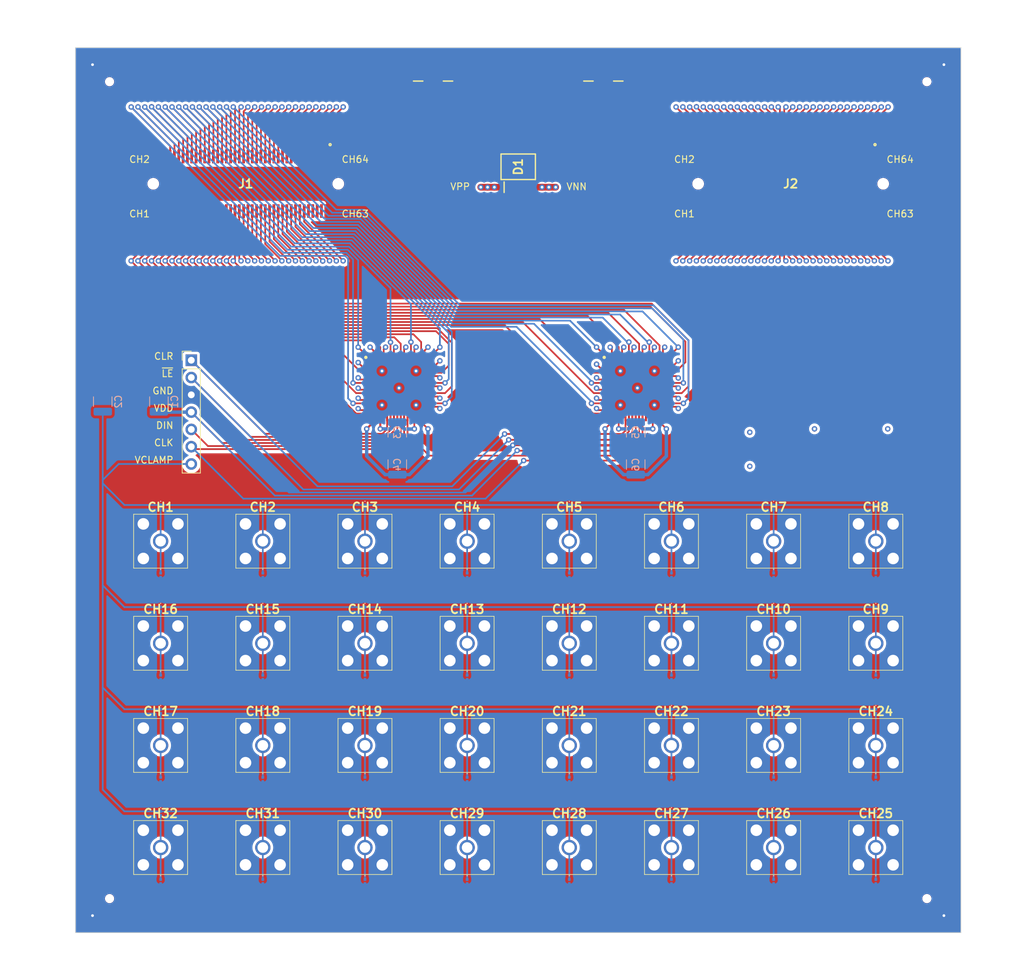
<source format=kicad_pcb>
(kicad_pcb (version 20221018) (generator pcbnew)
  (layers (0 "F.Cu" signal) (1 "In1.Cu" signal) (2 "In2.Cu" signal) (31 "B.Cu" signal) (34 "B.Paste" user) (35 "F.Paste" user) (36 "B.SilkS" user "B.Silkscreen") (37 "F.SilkS" user "F.Silkscreen") (38 "B.Mask" user) (39 "F.Mask" user) (44 "Edge.Cuts" user))
  (net 0 "")
  (net 1 "VDD")
  (net 2 "GND")
  (net 3 "/VCLAMP")
  (net 4 "VPP")
  (net 5 "VNN")
  (net 6 "Net-(J4-In)")
  (net 7 "/AFE25")
  (net 8 "/AFE17")
  (net 9 "/AFE9")
  (net 10 "/AFE1")
  (net 11 "/AFE26")
  (net 12 "/AFE18")
  (net 13 "/AFE10")
  (net 14 "/AFE2")
  (net 15 "/AFE27")
  (net 16 "/AFE19")
  (net 17 "/AFE11")
  (net 18 "/AFE3")
  (net 19 "/AFE28")
  (net 20 "/AFE20")
  (net 21 "/AFE12")
  (net 22 "/AFE4")
  (net 23 "/AFE29")
  (net 24 "/AFE21")
  (net 25 "/AFE13")
  (net 26 "/AFE5")
  (net 27 "/AFE30")
  (net 28 "/AFE22")
  (net 29 "/AFE14")
  (net 30 "/AFE6")
  (net 31 "/AFE31")
  (net 32 "/AFE23")
  (net 33 "/AFE15")
  (net 34 "/AFE7")
  (net 35 "/AFE32")
  (net 36 "/AFE24")
  (net 37 "/AFE16")
  (net 38 "/AFE8")
  (net 39 "/IN22")
  (net 41 "/IN21")
  (net 43 "/IN20")
  (net 45 "/IN19")
  (net 47 "/IN18")
  (net 49 "/IN17")
  (net 52 "/CLR")
  (net 53 "/~{LE}")
  (net 54 "/DIN")
  (net 55 "/CLK")
  (net 56 "/DOUT")
  (net 62 "/IN32")
  (net 64 "/IN31")
  (net 66 "/IN30")
  (net 68 "/IN29")
  (net 70 "/IN28")
  (net 71 "/IN27")
  (net 73 "/IN26")
  (net 75 "/IN25")
  (net 77 "/IN24")
  (net 79 "/IN23")
  (net 81 "/IN6")
  (net 83 "/IN5")
  (net 85 "/IN4")
  (net 87 "/IN3")
  (net 89 "/IN2")
  (net 91 "/IN1")
  (net 99 "/IN16")
  (net 101 "/IN15")
  (net 103 "/IN14")
  (net 105 "/IN13")
  (net 107 "/IN12")
  (net 108 "/IN11")
  (net 110 "/IN10")
  (net 112 "/IN9")
  (net 114 "/IN8")
  (net 116 "/IN7")
  (net 126 "/IN64")
  (net 127 "/IN63")
  (net 128 "/IN62")
  (net 129 "/IN61")
  (net 130 "/IN60")
  (net 131 "/IN59")
  (net 132 "/IN58")
  (net 133 "/IN57")
  (net 134 "/IN56")
  (net 135 "/IN55")
  (net 136 "/IN54")
  (net 137 "/IN53")
  (net 138 "/IN52")
  (net 139 "/IN51")
  (net 140 "/IN50")
  (net 141 "/IN49")
  (net 142 "/IN48")
  (net 143 "/IN47")
  (net 144 "/IN46")
  (net 145 "/IN45")
  (net 146 "/IN44")
  (net 147 "/IN43")
  (net 148 "/IN42")
  (net 149 "/IN41")
  (net 150 "/IN40")
  (net 151 "/IN39")
  (net 152 "/IN38")
  (net 153 "/IN37")
  (net 154 "/IN36")
  (net 155 "/IN35")
  (net 156 "/IN34")
  (net 157 "/IN33")
  (net 158 "Net-(J3-In)")
  (footprint "SamacSys_Parts:1420701201" (layer "F.Cu") (at 197.5 142.5)
    (fp_text reference "CH25")
    (fp_text value "Conn_Coaxial" hide)
  )
  (footprint "SamacSys_Parts:1420701201" (layer "F.Cu") (at 92.5 112.5)
    (fp_text reference "CH16")
    (fp_text value "Conn_Coaxial" hide)
  )
  (footprint "SamacSys_Parts:1420701201" (layer "F.Cu") (at 197.5 127.5)
    (fp_text reference "CH24")
    (fp_text value "Conn_Coaxial" hide)
  )
  (footprint "SamacSys_Parts:1420701201" (layer "F.Cu") (at 152.5 112.5)
    (fp_text reference "CH12")
    (fp_text value "Conn_Coaxial" hide)
  )
  (footprint "SamacSys_Parts:1420701201" (layer "F.Cu") (at 152.5 142.5)
    (fp_text reference "CH28")
    (fp_text value "Conn_Coaxial" hide)
  )
  (footprint "SamacSys_Parts:1420701201" (layer "F.Cu") (at 107.5 127.5)
    (fp_text reference "CH18")
    (fp_text value "Conn_Coaxial" hide)
  )
  (footprint "SamacSys_Parts:142-0701-851" (layer "F.Cu") (at 134.69075 23.51)
    (fp_text reference "J4" hide)
    (fp_text value "Conn_Coaxial_Power" hide)
  )
  (footprint "SamacSys_Parts:1420701201" (layer "F.Cu") (at 197.5 97.5)
    (fp_text reference "CH8")
    (fp_text value "Conn_Coaxial" hide)
  )
  (footprint "SamacSys_Parts:1420701201" (layer "F.Cu") (at 152.5 127.5)
    (fp_text reference "CH21")
    (fp_text value "Conn_Coaxial" hide)
  )
  (footprint "SamacSys_Parts:1420701201" (layer "F.Cu") (at 152.5 97.5)
    (fp_text reference "CH5")
    (fp_text value "Conn_Coaxial" hide)
  )
  (footprint "SamacSys_Parts:1420701201" (layer "F.Cu") (at 182.5 97.5)
    (fp_text reference "CH7")
    (fp_text value "Conn_Coaxial" hide)
  )
  (footprint "SamacSys_Parts:1420701201" (layer "F.Cu") (at 122.5 127.5)
    (fp_text reference "CH19")
    (fp_text value "Conn_Coaxial" hide)
  )
  (footprint "SamacSys_Parts:1420701201" (layer "F.Cu") (at 122.5 112.5)
    (fp_text reference "CH14")
    (fp_text value "Conn_Coaxial" hide)
  )
  (footprint "SamacSys_Parts:1420701201" (layer "F.Cu") (at 137.5 112.5)
    (fp_text reference "CH13")
    (fp_text value "Conn_Coaxial" hide)
  )
  (footprint "SamacSys_Parts:1420701201" (layer "F.Cu") (at 92.5 127.5)
    (fp_text reference "CH17")
    (fp_text value "Conn_Coaxial" hide)
  )
  (footprint "SamacSys_Parts:1420701201" (layer "F.Cu") (at 107.5 97.5)
    (fp_text reference "CH2")
    (fp_text value "Conn_Coaxial" hide)
  )
  (footprint "SamacSys_Parts:1420701201" (layer "F.Cu") (at 137.5 97.5)
    (fp_text reference "CH4")
    (fp_text value "Conn_Coaxial" hide)
  )
  (footprint "SamacSys_Parts:1420701201" (layer "F.Cu") (at 167.5 127.5)
    (fp_text reference "CH22")
    (fp_text value "Conn_Coaxial" hide)
  )
  (footprint "SamacSys_Parts:1420701201" (layer "F.Cu") (at 92.5 142.5)
    (fp_text reference "CH32")
    (fp_text value "Conn_Coaxial" hide)
  )
  (footprint "SamacSys_Parts:1420701201" (layer "F.Cu") (at 167.5 142.5)
    (fp_text reference "CH27")
    (fp_text value "Conn_Coaxial" hide)
  )
  (footprint "SamacSys_Parts:1420701201" (layer "F.Cu") (at 137.5 142.5)
    (fp_text reference "CH29")
    (fp_text value "Conn_Coaxial" hide)
  )
  (footprint "SamacSys_Parts:QFN50P900X900X100-65N-D" (layer "F.Cu") (at 162.5 75)
    (fp_text reference "IC1" hide)
    (fp_text value "HV2621_R4X" hide)
  )
  (footprint "Zemp_Misc:JLCPCB_Tooling_Hole" (layer "F.Cu") (at 85 30)
    (fp_text reference "REF**" hide)
    (fp_text value "JLCPCB_Tooling_Hole")
  )
  (footprint "SamacSys_Parts:1420701201" (layer "F.Cu") (at 107.5 142.5)
    (fp_text reference "CH31")
    (fp_text value "Conn_Coaxial" hide)
  )
  (footprint "SamacSys_Parts:1420701201" (layer "F.Cu") (at 182.5 112.5)
    (fp_text reference "CH10")
    (fp_text value "Conn_Coaxial" hide)
  )
  (footprint "SamacSys_Parts:1420701201" (layer "F.Cu") (at 167.5 97.5)
    (fp_text reference "CH6")
    (fp_text value "Conn_Coaxial" hide)
  )
  (footprint "SamacSys_Parts:1420701201" (layer "F.Cu") (at 137.5 127.5)
    (fp_text reference "CH20")
    (fp_text value "Conn_Coaxial" hide)
  )
  (footprint "SamacSys_Parts:1420701201" (layer "F.Cu") (at 167.5 112.5)
    (fp_text reference "CH11")
    (fp_text value "Conn_Coaxial" hide)
  )
  (footprint "SamacSys_Parts:QFN50P900X900X100-65N-D" (layer "F.Cu") (at 127.5 75)
    (fp_text reference "IC2" hide)
    (fp_text value "HV2621_R4X" hide)
  )
  (footprint "Zemp_Misc:JLCPCB_Tooling_Hole" (layer "F.Cu") (at 85 150)
    (fp_text reference "REF**" hide)
    (fp_text value "JLCPCB_Tooling_Hole")
  )
  (footprint "Zemp_Misc:JLCPCB_Tooling_Hole" (layer "F.Cu") (at 205 150)
    (fp_text reference "REF**" hide)
    (fp_text value "JLCPCB_Tooling_Hole")
  )
  (footprint "SamacSys_Parts:1420701201" (layer "F.Cu") (at 182.5 127.5)
    (fp_text reference "CH23")
    (fp_text value "Conn_Coaxial" hide)
  )
  (footprint "SamacSys_Parts:MEC6-140-02-X-D-RA1-TR" (layer "F.Cu") (at 185 45 180)
    (fp_text reference "J2")
    (fp_text value "MEC6-140-02-L-D-RA1-TR" hide)
  )
  (footprint "SamacSys_Parts:MEC6-140-02-X-D-RA1-TR" (layer "F.Cu") (at 105 45 180)
    (fp_text reference "J1")
    (fp_text value "MEC6-140-02-L-D-RA1-TR" hide)
  )
  (footprint "SamacSys_Parts:142-0701-851" (layer "F.Cu") (at 159.69075 23.51)
    (fp_text reference "J3" hide)
    (fp_text value "Conn_Coaxial_Power" hide)
  )
  (footprint "Connector_PinHeader_2.54mm:PinHeader_1x07_P2.54mm_Vertical" (layer "F.Cu") (at 97 70.92)
    (fp_text reference "J5" hide)
    (fp_text value "Conn_01x07_Socket")
  )
  (footprint "Zemp_Misc:JLCPCB_Tooling_Hole" (layer "F.Cu") (at 205 30)
    (fp_text reference "REF**" hide)
    (fp_text value "JLCPCB_Tooling_Hole")
  )
  (footprint "SamacSys_Parts:1420701201" (layer "F.Cu") (at 122.5 142.5)
    (fp_text reference "CH30")
    (fp_text value "Conn_Coaxial" hide)
  )
  (footprint "SamacSys_Parts:1420701201" (layer "F.Cu") (at 122.5 97.5)
    (fp_text reference "CH3")
    (fp_text value "Conn_Coaxial" hide)
  )
  (footprint "SamacSys_Parts:HDS10M13" (layer "F.Cu") (at 145 42.5 90)
    (fp_text reference "D1")
    (fp_text value "D_Bridge_+A-A" hide)
  )
  (footprint "SamacSys_Parts:1420701201" (layer "F.Cu") (at 182.5 142.5)
    (fp_text reference "CH26")
    (fp_text value "Conn_Coaxial" hide)
  )
  (footprint "SamacSys_Parts:1420701201" (layer "F.Cu") (at 92.5 97.5)
    (fp_text reference "CH1")
    (fp_text value "Conn_Coaxial" hide)
  )
  (footprint "SamacSys_Parts:1420701201" (layer "F.Cu") (at 107.5 112.5)
    (fp_text reference "CH15")
    (fp_text value "Conn_Coaxial" hide)
  )
  (footprint "SamacSys_Parts:1420701201" (layer "F.Cu") (at 197.5 112.5)
    (fp_text reference "CH9")
    (fp_text value "Conn_Coaxial" hide)
  )
  (footprint "Diode_SMD:D_0201_0603Metric" (layer "B.Cu") (at 107.5 122.5 -90)
    (fp_text reference "D12" hide)
    (fp_text value "~" hide)
  )
  (footprint "Diode_SMD:D_0201_0603Metric" (layer "B.Cu") (at 197.5 137.5 -90)
    (fp_text reference "D2" hide)
    (fp_text value "~" hide)
  )
  (footprint "Diode_SMD:D_0201_0603Metric" (layer "B.Cu") (at 167.5 122.5 -90)
    (fp_text reference "D44" hide)
    (fp_text value "~" hide)
  )
  (footprint "Diode_SMD:D_0201_0603Metric" (layer "B.Cu") (at 167.5 137.5 -90)
    (fp_text reference "D18" hide)
    (fp_text value "~" hide)
  )
  (footprint "Diode_SMD:D_0201_0603Metric" (layer "B.Cu") (at 107.5 117.5 -90)
    (fp_text reference "D55" hide)
    (fp_text value "~" hide)
  )
  (footprint "Diode_SMD:D_0201_0603Metric" (layer "B.Cu") (at 92.5 147.5 -90)
    (fp_text reference "D59" hide)
    (fp_text value "~" hide)
  )
  (footprint "Diode_SMD:D_0201_0603Metric" (layer "B.Cu") (at 107.5 147.5 -90)
    (fp_text reference "D51" hide)
    (fp_text value "~" hide)
  )
  (footprint "Diode_SMD:D_0201_0603Metric" (layer "B.Cu") (at 182.5 102.5 -90)
    (fp_text reference "D57" hide)
    (fp_text value "~" hide)
  )
  (footprint "Diode_SMD:D_0201_0603Metric" (layer "B.Cu") (at 182.5 122.5 -90)
    (fp_text reference "D52" hide)
    (fp_text value "~" hide)
  )
  (footprint "Diode_SMD:D_0201_0603Metric" (layer "B.Cu") (at 152.5 122.5 -90)
    (fp_text reference "D36" hide)
    (fp_text value "~" hide)
  )
  (footprint "" (layer "B.Cu") (at 153.1 27.7 180)
    (fp_text reference "")
    (fp_text value "")
  )
  (footprint "Diode_SMD:D_0201_0603Metric" (layer "B.Cu") (at 92.5 107.5 -90)
    (fp_text reference "D62" hide)
    (fp_text value "~" hide)
  )
  (footprint "" (layer "B.Cu") (at 161.9 27.7 180)
    (fp_text reference "")
    (fp_text value "")
  )
  (footprint "Diode_SMD:D_0201_0603Metric" (layer "B.Cu") (at 197.5 92.5 -90)
    (fp_text reference "D64" hide)
    (fp_text value "~" hide)
  )
  (footprint "Diode_SMD:D_0201_0603Metric" (layer "B.Cu") (at 92.5 122.5 -90)
    (fp_text reference "D4" hide)
    (fp_text value "~" hide)
  )
  (footprint "Diode_SMD:D_0201_0603Metric" (layer "B.Cu") (at 122.5 107.5 -90)
    (fp_text reference "D46" hide)
    (fp_text value "~" hide)
  )
  (footprint "Diode_SMD:D_0201_0603Metric" (layer "B.Cu") (at 137.5 107.5 -90)
    (fp_text reference "D38" hide)
    (fp_text value "~" hide)
  )
  (footprint "Diode_SMD:D_0201_0603Metric" (layer "B.Cu") (at 122.5 117.5 -90)
    (fp_text reference "D47" hide)
    (fp_text value "~" hide)
  )
  (footprint "Capacitor_SMD:C_1210_3225Metric" (layer "B.Cu") (at 92.25 77 90)
    (fp_text reference "C1")
    (fp_text value "1uF" hide)
  )
  (footprint "" (layer "B.Cu") (at 136.9 27.7 180)
    (fp_text reference "")
    (fp_text value "")
  )
  (footprint "Diode_SMD:D_0201_0603Metric" (layer "B.Cu") (at 92.5 117.5 -90)
    (fp_text reference "D63" hide)
    (fp_text value "~" hide)
  )
  (footprint "Diode_SMD:D_0201_0603Metric" (layer "B.Cu") (at 197.5 107.5 -90)
    (fp_text reference "D6" hide)
    (fp_text value "~" hide)
  )
  (footprint "Diode_SMD:D_0201_0603Metric" (layer "B.Cu") (at 137.5 117.5 -90)
    (fp_text reference "D39" hide)
    (fp_text value "~" hide)
  )
  (footprint "Diode_SMD:D_0201_0603Metric" (layer "B.Cu") (at 167.5 117.5 -90)
    (fp_text reference "D23" hide)
    (fp_text value "~" hide)
  )
  (footprint "Diode_SMD:D_0201_0603Metric" (layer "B.Cu") (at 137.5 137.5 -90)
    (fp_text reference "D34" hide)
    (fp_text value "~" hide)
  )
  (footprint "Diode_SMD:D_0201_0603Metric" (layer "B.Cu") (at 137.5 122.5 -90)
    (fp_text reference "D28" hide)
    (fp_text value "~" hide)
  )
  (footprint "Diode_SMD:D_0201_0603Metric" (layer "B.Cu") (at 182.5 107.5 -90)
    (fp_text reference "D14" hide)
    (fp_text value "~" hide)
  )
  (footprint "Diode_SMD:D_0201_0603Metric" (layer "B.Cu") (at 197.5 117.5 -90)
    (fp_text reference "D7" hide)
    (fp_text value "~" hide)
  )
  (footprint "Diode_SMD:D_0201_0603Metric" (layer "B.Cu") (at 107.5 137.5 -90)
    (fp_text reference "D50" hide)
    (fp_text value "~" hide)
  )
  (footprint "Diode_SMD:D_0201_0603Metric" (layer "B.Cu") (at 152.5 132.5 -90)
    (fp_text reference "D37" hide)
    (fp_text value "~" hide)
  )
  (footprint "Capacitor_SMD:C_1210_3225Metric" (layer "B.Cu") (at 162.25 86.25 90)
    (fp_text reference "C6")
    (fp_text value "0.22uF" hide)
  )
  (footprint "Diode_SMD:D_0201_0603Metric" (layer "B.Cu") (at 92.5 137.5 -90)
    (fp_text reference "D58" hide)
    (fp_text value "~" hide)
  )
  (footprint "Capacitor_SMD:C_1210_3225Metric" (layer "B.Cu") (at 127.25 81.5 -90)
    (fp_text reference "C3")
    (fp_text value "0.22uF" hide)
  )
  (footprint "Diode_SMD:D_0201_0603Metric" (layer "B.Cu") (at 107.5 107.5 -90)
    (fp_text reference "D54" hide)
    (fp_text value "~" hide)
  )
  (footprint "Capacitor_SMD:C_1210_3225Metric" (layer "B.Cu") (at 127.25 86.25 90)
    (fp_text reference "C4")
    (fp_text value "0.22uF" hide)
  )
  (footprint "Diode_SMD:D_0201_0603Metric" (layer "B.Cu") (at 92.5 102.5 -90)
    (fp_text reference "D9" hide)
    (fp_text value "~" hide)
  )
  (footprint "Diode_SMD:D_0201_0603Metric" (layer "B.Cu") (at 197.5 122.5 -90)
    (fp_text reference "D60" hide)
    (fp_text value "~" hide)
  )
  (footprint "Diode_SMD:D_0201_0603Metric" (layer "B.Cu") (at 167.5 147.5 -90)
    (fp_text reference "D19" hide)
    (fp_text value "~" hide)
  )
  (footprint "Diode_SMD:D_0201_0603Metric" (layer "B.Cu") (at 107.5 92.5 -90)
    (fp_text reference "D16" hide)
    (fp_text value "~" hide)
  )
  (footprint "Diode_SMD:D_0201_0603Metric" (layer "B.Cu") (at 197.5 147.5 -90)
    (fp_text reference "D3" hide)
    (fp_text value "~" hide)
  )
  (footprint "Diode_SMD:D_0201_0603Metric" (layer "B.Cu") (at 182.5 137.5 -90)
    (fp_text reference "D10" hide)
    (fp_text value "~" hide)
  )
  (footprint "Diode_SMD:D_0201_0603Metric" (layer "B.Cu") (at 197.5 102.5 -90)
    (fp_text reference "D65" hide)
    (fp_text value "~" hide)
  )
  (footprint "Diode_SMD:D_0201_0603Metric" (layer "B.Cu") (at 122.5 147.5 -90)
    (fp_text reference "D43" hide)
    (fp_text value "~" hide)
  )
  (footprint "Diode_SMD:D_0201_0603Metric" (layer "B.Cu") (at 182.5 132.5 -90)
    (fp_text reference "D53" hide)
    (fp_text value "~" hide)
  )
  (footprint "Diode_SMD:D_0201_0603Metric" (layer "B.Cu") (at 122.5 102.5 -90)
    (fp_text reference "D25" hide)
    (fp_text value "~" hide)
  )
  (footprint "Diode_SMD:D_0201_0603Metric" (layer "B.Cu") (at 152.5 147.5 -90)
    (fp_text reference "D27" hide)
    (fp_text value "~" hide)
  )
  (footprint "Diode_SMD:D_0201_0603Metric" (layer "B.Cu") (at 167.5 92.5 -90)
    (fp_text reference "D48" hide)
    (fp_text value "~" hide)
  )
  (footprint "Diode_SMD:D_0201_0603Metric" (layer "B.Cu") (at 152.5 107.5 -90)
    (fp_text reference "D30" hide)
    (fp_text value "~" hide)
  )
  (footprint "Diode_SMD:D_0201_0603Metric" (layer "B.Cu") (at 107.5 102.5 -90)
    (fp_text reference "D17" hide)
    (fp_text value "~" hide)
  )
  (footprint "Capacitor_SMD:C_1210_3225Metric" (layer "B.Cu") (at 162.25 81.5 -90)
    (fp_text reference "C5")
    (fp_text value "0.22uF" hide)
  )
  (footprint "Diode_SMD:D_0201_0603Metric" (layer "B.Cu") (at 122.5 137.5 -90)
    (fp_text reference "D42" hide)
    (fp_text value "~" hide)
  )
  (footprint "" (layer "B.Cu") (at 128.1 27.7 180)
    (fp_text reference "")
    (fp_text value "")
  )
  (footprint "Diode_SMD:D_0201_0603Metric" (layer "B.Cu") (at 122.5 92.5 -90)
    (fp_text reference "D24" hide)
    (fp_text value "~" hide)
  )
  (footprint "Diode_SMD:D_0201_0603Metric" (layer "B.Cu") (at 137.5 147.5 -90)
    (fp_text reference "D35" hide)
    (fp_text value "~" hide)
  )
  (footprint "Diode_SMD:D_0201_0603Metric" (layer "B.Cu") (at 167.5 107.5 -90)
    (fp_text reference "D22" hide)
    (fp_text value "~" hide)
  )
  (footprint "Diode_SMD:D_0201_0603Metric" (layer "B.Cu") (at 137.5 102.5 -90)
    (fp_text reference "D33" hide)
    (fp_text value "~" hide)
  )
  (footprint "Diode_SMD:D_0201_0603Metric" (layer "B.Cu") (at 167.5 102.5 -90)
    (fp_text reference "D49" hide)
    (fp_text value "~" hide)
  )
  (footprint "Diode_SMD:D_0201_0603Metric" (layer "B.Cu") (at 152.5 117.5 -90)
    (fp_text reference "D31" hide)
    (fp_text value "~" hide)
  )
  (footprint "Diode_SMD:D_0201_0603Metric" (layer "B.Cu") (at 182.5 92.5 -90)
    (fp_text reference "D56" hide)
    (fp_text value "~" hide)
  )
  (footprint "Diode_SMD:D_0201_0603Metric" (layer "B.Cu") (at 152.5 102.5 -90)
    (fp_text reference "D41" hide)
    (fp_text value "~" hide)
  )
  (footprint "Diode_SMD:D_0201_0603Metric" (layer "B.Cu") (at 122.5 122.5 -90)
    (fp_text reference "D20" hide)
    (fp_text value "~" hide)
  )
  (footprint "Diode_SMD:D_0201_0603Metric" (layer "B.Cu") (at 167.5 132.5 -90)
    (fp_text reference "D45" hide)
    (fp_text value "~" hide)
  )
  (footprint "Diode_SMD:D_0201_0603Metric" (layer "B.Cu") (at 92.5 92.5 -90)
    (fp_text reference "D8" hide)
    (fp_text value "~" hide)
  )
  (footprint "Diode_SMD:D_0201_0603Metric" (layer "B.Cu") (at 182.5 117.5 -90)
    (fp_text reference "D15" hide)
    (fp_text value "~" hide)
  )
  (footprint "Diode_SMD:D_0201_0603Metric" (layer "B.Cu") (at 152.5 137.5 -90)
    (fp_text reference "D26" hide)
    (fp_text value "~" hide)
  )
  (footprint "Diode_SMD:D_0201_0603Metric" (layer "B.Cu") (at 182.5 147.5 -90)
    (fp_text reference "D11" hide)
    (fp_text value "~" hide)
  )
  (footprint "Diode_SMD:D_0201_0603Metric" (layer "B.Cu") (at 152.5 92.5 -90)
    (fp_text reference "D40" hide)
    (fp_text value "~" hide)
  )
  (footprint "Diode_SMD:D_0201_0603Metric" (layer "B.Cu") (at 197.5 132.5 -90)
    (fp_text reference "D61" hide)
    (fp_text value "~" hide)
  )
  (footprint "Diode_SMD:D_0201_0603Metric" (layer "B.Cu") (at 122.5 132.5 -90)
    (fp_text reference "D21" hide)
    (fp_text value "~" hide)
  )
  (footprint "Diode_SMD:D_0201_0603Metric" (layer "B.Cu") (at 92.5 132.5 -90)
    (fp_text reference "D5" hide)
    (fp_text value "~" hide)
  )
  (footprint "Capacitor_SMD:C_1210_3225Metric" (layer "B.Cu") (at 84 77 90)
    (fp_text reference "C2")
    (fp_text value "1uF" hide)
  )
  (footprint "Diode_SMD:D_0201_0603Metric" (layer "B.Cu") (at 137.5 132.5 -90)
    (fp_text reference "D29" hide)
    (fp_text value "~" hide)
  )
  (footprint "Diode_SMD:D_0201_0603Metric" (layer "B.Cu") (at 107.5 132.5 -90)
    (fp_text reference "D13" hide)
    (fp_text value "~" hide)
  )
  (footprint "Diode_SMD:D_0201_0603Metric" (layer "B.Cu") (at 137.5 92.5 -90)
    (fp_text reference "D32" hide)
    (fp_text value "~" hide)
  )
  (gr_line (start 80 25) (end 210 25) (stroke (width 0.1)) (layer "Edge.Cuts"))
  (gr_line (start 210 155) (end 80 155) (stroke (width 0.1)) (layer "Edge.Cuts"))
  (gr_line (start 210 25) (end 210 155) (stroke (width 0.1)) (layer "Edge.Cuts"))
  (gr_line (start 80 155) (end 80 25) (stroke (width 0.1)) (layer "Edge.Cuts"))
  (gr_text "CLR" (at 94.46 70.92) (layer "F.SilkS") (effects (font (size 1 1)) (justify right bottom)))
  (gr_text "VCLAMP" (at 94.46 86.16) (layer "F.SilkS") (effects (font (size 1 1)) (justify right bottom)))
  (gr_text "GND" (at 94.46 76) (layer "F.SilkS") (effects (font (size 1 1)) (justify right bottom)))
  (gr_text "CH63" (at 199 50) (layer "F.SilkS") (effects (font (size 1 1)) (justify left bottom)))
  (gr_text "CH1" (at 91 50) (layer "F.SilkS") (effects (font (size 1 1)) (justify right bottom)))
  (gr_text "~{LE}" (at 94.46 73.46) (layer "F.SilkS") (effects (font (size 1 1)) (justify right bottom)))
  (gr_text "CH64" (at 199 42) (layer "F.SilkS") (effects (font (size 1 1)) (justify left bottom)))
  (gr_text "VNN" (at 152 46) (layer "F.SilkS") (effects (font (size 1 1)) (justify left bottom)))
  (gr_text "CH2" (at 91 42) (layer "F.SilkS") (effects (font (size 1 1)) (justify right bottom)))
  (gr_text "DIN" (at 94.46 81.08) (layer "F.SilkS") (effects (font (size 1 1)) (justify right bottom)))
  (gr_text "VDD" (at 94.46 78.54) (layer "F.SilkS") (effects (font (size 1 1)) (justify right bottom)))
  (gr_text "CH64" (at 119 42) (layer "F.SilkS") (effects (font (size 1 1)) (justify left bottom)))
  (gr_text "CH63" (at 119 50) (layer "F.SilkS") (effects (font (size 1 1)) (justify left bottom)))
  (gr_text "CH1" (at 171 50) (layer "F.SilkS") (effects (font (size 1 1)) (justify right bottom)))
  (gr_text "CLK" (at 94.46 83.62) (layer "F.SilkS") (effects (font (size 1 1)) (justify right bottom)))
  (gr_text "VPP" (at 138 46) (layer "F.SilkS") (effects (font (size 1 1)) (justify right bottom)))
  (gr_text "CH2" (at 171 42) (layer "F.SilkS") (effects (font (size 1 1)) (justify right bottom)))
  (segment (start 125.609493 83.075) (end 127.25 81.434493) (width 0.25) (layer "F.Cu") (net 1))
  (segment (start 144.83786 84.180414) (end 144.867261 84.209815) (width 0.25) (layer "F.Cu") (net 1))
  (segment (start 144.867261 84.209815) (end 159.699373 84.209815) (width 0.25) (layer "F.Cu") (net 1))
  (segment (start 97 78.54) (end 101.535 83.075) (width 0.25) (layer "F.Cu") (net 1))
  (segment (start 101.535 83.075) (end 125.609493 83.075) (width 0.25) (layer "F.Cu") (net 1))
  (segment (start 159.699373 84.209815) (end 162.25 81.659188) (width 0.25) (layer "F.Cu") (net 1))
  (segment (start 162.25 81.659188) (end 162.25 79.45) (width 0.25) (layer "F.Cu") (net 1))
  (segment (start 127.25 81.434493) (end 127.25 79.45) (width 0.25) (layer "F.Cu") (net 1))
  (via (at 144.83786 84.180414) (size 0.8) (drill 0.4) (layers "F.Cu" "B.Cu") (net 1))
  (segment (start 92.315 78.54) (end 97 78.54) (width 0.5) (layer "B.Cu") (net 1))
  (segment (start 138.218274 90.8) (end 109.26 90.8) (width 0.25) (layer "B.Cu") (net 1))
  (segment (start 92.25 78.475) (end 92.315 78.54) (width 0.25) (layer "B.Cu") (net 1))
  (segment (start 109.26 90.8) (end 97 78.54) (width 0.25) (layer "B.Cu") (net 1))
  (segment (start 144.83786 84.180414) (end 138.218274 90.8) (width 0.25) (layer "B.Cu") (net 1))
  (segment (start 161.75 81.522792) (end 161.75 79.45) (width 0.25) (layer "F.Cu") (net 2))
  (segment (start 125.423097 82.625) (end 126.75 81.298097) (width 0.25) (layer "F.Cu") (net 2))
  (segment (start 97 76) (end 103.625 82.625) (width 0.25) (layer "F.Cu") (net 2))
  (segment (start 159.862591 83.410201) (end 161.75 81.522792) (width 0.25) (layer "F.Cu") (net 2))
  (segment (start 144.200327 83.410637) (end 144.200763 83.410201) (width 0.25) (layer "F.Cu") (net 2))
  (segment (start 126.75 81.298097) (end 126.75 79.45) (width 0.25) (layer "F.Cu") (net 2))
  (segment (start 103.625 82.625) (end 125.423097 82.625) (width 0.25) (layer "F.Cu") (net 2))
  (segment (start 144.200763 83.410201) (end 159.862591 83.410201) (width 0.25) (layer "F.Cu") (net 2))
  (via (at 82.5 152.5) (size 0.8) (drill 0.4) (layers "F.Cu" "B.Cu") (net 2))
  (via (at 82.5 27.5) (size 0.8) (drill 0.4) (layers "F.Cu" "B.Cu") (net 2))
  (via (at 207.5 27.5) (size 0.8) (drill 0.4) (layers "F.Cu" "B.Cu") (net 2))
  (via (at 207.5 152.5) (size 0.8) (drill 0.4) (layers "F.Cu" "B.Cu") (net 2))
  (via (at 144.200327 83.410637) (size 0.8) (drill 0.4) (layers "F.Cu" "B.Cu") (net 2))
  (segment (start 137.260964 90.35) (end 111.35 90.35) (width 0.25) (layer "B.Cu") (net 2))
  (segment (start 111.35 90.35) (end 97 76) (width 0.25) (layer "B.Cu") (net 2))
  (segment (start 144.200327 83.410637) (end 137.260964 90.35) (width 0.25) (layer "B.Cu") (net 2))
  (segment (start 84 119) (end 84 134) (width 0.25) (layer "B.Cu") (net 3))
  (segment (start 87.18 92.18) (end 84 89) (width 0.25) (layer "B.Cu") (net 3))
  (segment (start 92.5 92.18) (end 87.18 92.18) (width 0.25) (layer "B.Cu") (net 3))
  (segment (start 84 78.475) (end 84 88.5) (width 0.25) (layer "B.Cu") (net 3))
  (segment (start 86.34 86.16) (end 84 88.5) (width 0.25) (layer "B.Cu") (net 3))
  (segment (start 84 89) (end 84 104) (width 0.25) (layer "B.Cu") (net 3))
  (segment (start 167.5 92.18) (end 197.5 92.18) (width 0.25) (layer "B.Cu") (net 3))
  (segment (start 84 104) (end 84 119) (width 0.25) (layer "B.Cu") (net 3))
  (segment (start 87.18 122.18) (end 84 119) (width 0.25) (layer "B.Cu") (net 3))
  (segment (start 92.5 107.18) (end 87.18 107.18) (width 0.25) (layer "B.Cu") (net 3))
  (segment (start 84 134) (end 87.18 137.18) (width 0.25) (layer "B.Cu") (net 3))
  (segment (start 92.5 107.18) (end 197.5 107.18) (width 0.25) (layer "B.Cu") (net 3))
  (segment (start 92.5 122.18) (end 87.18 122.18) (width 0.25) (layer "B.Cu") (net 3))
  (segment (start 84 88.5) (end 84 89) (width 0.25) (layer "B.Cu") (net 3))
  (segment (start 92.5 122.18) (end 197.5 122.18) (width 0.25) (layer "B.Cu") (net 3))
  (segment (start 87.18 107.18) (end 84 104) (width 0.25) (layer "B.Cu") (net 3))
  (segment (start 92.5 137.18) (end 197.5 137.18) (width 0.25) (layer "B.Cu") (net 3))
  (segment (start 87.18 137.18) (end 92.5 137.18) (width 0.25) (layer "B.Cu") (net 3))
  (segment (start 97 86.16) (end 86.34 86.16) (width 0.25) (layer "B.Cu") (net 3))
  (segment (start 92.5 92.18) (end 167.5 92.18) (width 0.25) (layer "B.Cu") (net 3))
  (segment (start 140.5 45.5) (end 139.5 45.5) (width 1) (layer "F.Cu") (net 4))
  (segment (start 129.75 79.45) (end 129.75 81) (width 0.25) (layer "F.Cu") (net 4))
  (segment (start 124.75 79.45) (end 124.75 81) (width 0.3) (layer "F.Cu") (net 4))
  (segment (start 141.5 45.5) (end 140.5 45.5) (width 1) (layer "F.Cu") (net 4))
  (segment (start 164.75 79.45) (end 164.75 81) (width 0.25) (layer "F.Cu") (net 4))
  (segment (start 159.75 79.45) (end 159.75 81) (width 0.25) (layer "F.Cu") (net 4))
  (segment (start 143.73 45.5) (end 141.5 45.5) (width 1) (layer "F.Cu") (net 4))
  (via (at 124.75 81) (size 0.8) (drill 0.4) (layers "F.Cu" "B.Cu") (net 4))
  (via (at 188.5 81) (size 0.8) (drill 0.4) (layers "F.Cu" "B.Cu") (net 4))
  (via (at 141.5 45.5) (size 0.8) (drill 0.4) (layers "F.Cu" "B.Cu") (net 4))
  (via (at 139.5 45.5) (size 0.8) (drill 0.4) (layers "F.Cu" "B.Cu") (net 4))
  (via (at 129.75 81) (size 0.8) (drill 0.4) (layers "F.Cu" "B.Cu") (net 4))
  (via (at 159.75 81) (size 0.8) (drill 0.4) (layers "F.Cu" "B.Cu") (net 4))
  (via (at 140.5 45.5) (size 0.8) (drill 0.4) (layers "F.Cu" "B.Cu") (net 4))
  (via (at 164.75 81) (size 0.8) (drill 0.4) (layers "F.Cu" "B.Cu") (net 4))
  (via (at 199.25 81) (size 0.8) (drill 0.4) (layers "F.Cu" "B.Cu") (net 4))
  (segment (start 159.75 81) (end 161.275 81) (width 0.5) (layer "B.Cu") (net 4))
  (segment (start 129.75 81) (end 129.725 81.025) (width 0.25) (layer "B.Cu") (net 4))
  (segment (start 128.25 81.025) (end 127.25 80.025) (width 0.5) (layer "B.Cu") (net 4))
  (segment (start 126.275 81) (end 127.25 80.025) (width 0.5) (layer "B.Cu") (net 4))
  (segment (start 124.75 81) (end 126.275 81) (width 0.5) (layer "B.Cu") (net 4))
  (segment (start 164.75 81) (end 163.225 81) (width 0.5) (layer "B.Cu") (net 4))
  (segment (start 163.225 81) (end 162.25 80.025) (width 0.5) (layer "B.Cu") (net 4))
  (segment (start 129.725 81.025) (end 128.25 81.025) (width 0.5) (layer "B.Cu") (net 4))
  (segment (start 161.275 81) (end 162.25 80.025) (width 0.5) (layer "B.Cu") (net 4))
  (segment (start 123.75 80) (end 123.75 79.45) (width 0.3) (layer "F.Cu") (net 5))
  (segment (start 146.27 45.5) (end 148.5 45.5) (width 1) (layer "F.Cu") (net 5))
  (segment (start 149.5 45.5) (end 150.5 45.5) (width 1) (layer "F.Cu") (net 5))
  (segment (start 131.75 81) (end 130.75 80) (width 0.25) (layer "F.Cu") (net 5))
  (segment (start 165.75 80) (end 165.75 79.45) (width 0.25) (layer "F.Cu") (net 5))
  (segment (start 148.5 45.5) (end 149.5 45.5) (width 1) (layer "F.Cu") (net 5))
  (segment (start 157.75 81) (end 158.75 80) (width 0.25) (layer "F.Cu") (net 5))
  (segment (start 130.75 80) (end 130.75 79.45) (width 0.25) (layer "F.Cu") (net 5))
  (segment (start 122.75 81) (end 123.75 80) (width 0.3) (layer "F.Cu") (net 5))
  (segment (start 158.75 80) (end 158.75 79.45) (width 0.25) (layer "F.Cu") (net 5))
  (segment (start 166.75 81) (end 165.75 80) (width 0.25) (layer "F.Cu") (net 5))
  (via (at 162.5 75) (size 0.8) (drill 0.4) (layers "F.Cu" "B.Cu") (net 5))
  (via (at 131.75 81) (size 0.8) (drill 0.4) (layers "F.Cu" "B.Cu") (net 5))
  (via (at 179 81.5) (size 0.8) (drill 0.4) (layers "F.Cu" "B.Cu") (net 5))
  (via (at 122.75 81) (size 0.8) (drill 0.4) (layers "F.Cu" "B.Cu") (net 5))
  (via (at 179 86.5) (size 0.8) (drill 0.4) (layers "F.Cu" "B.Cu") (net 5))
  (via (at 157.75 81) (size 0.8) (drill 0.4) (layers "F.Cu" "B.Cu") (net 5))
  (via (at 165 72.5) (size 0.8) (drill 0.4) (layers "F.Cu" "B.Cu") (net 5))
  (via (at 125 72.5) (size 0.8) (drill 0.4) (layers "F.Cu" "B.Cu") (net 5))
  (via (at 130 72.5) (size 0.8) (drill 0.4) (layers "F.Cu" "B.Cu") (net 5))
  (via (at 127.5 75) (size 0.8) (drill 0.4) (layers "F.Cu" "B.Cu") (net 5))
  (via (at 148.5 45.5) (size 0.8) (drill 0.4) (layers "F.Cu" "B.Cu") (net 5))
  (via (at 160 77.5) (size 0.8) (drill 0.4) (layers "F.Cu" "B.Cu") (net 5))
  (via (at 160 72.5) (size 0.8) (drill 0.4) (layers "F.Cu" "B.Cu") (net 5))
  (via (at 149.5 45.5) (size 0.8) (drill 0.4) (layers "F.Cu" "B.Cu") (net 5))
  (via (at 166.75 81) (size 0.8) (drill 0.4) (layers "F.Cu" "B.Cu") (net 5))
  (via (at 130 77.5) (size 0.8) (drill 0.4) (layers "F.Cu" "B.Cu") (net 5))
  (via (at 150.5 45.5) (size 0.8) (drill 0.4) (layers "F.Cu" "B.Cu") (net 5))
  (via (at 165 77.5) (size 0.8) (drill 0.4) (layers "F.Cu" "B.Cu") (net 5))
  (via (at 125 77.5) (size 0.8) (drill 0.4) (layers "F.Cu" "B.Cu") (net 5))
  (segment (start 131.75 85) (end 131.75 81) (width 0.5) (layer "B.Cu") (net 5))
  (segment (start 125.475 87.725) (end 122.75 85) (width 0.5) (layer "B.Cu") (net 5))
  (segment (start 162.25 87.725) (end 164.025 87.725) (width 0.5) (layer "B.Cu") (net 5))
  (segment (start 129.025 87.725) (end 131.75 85) (width 0.5) (layer "B.Cu") (net 5))
  (segment (start 127.25 87.725) (end 125.475 87.725) (width 0.5) (layer "B.Cu") (net 5))
  (segment (start 160.475 87.725) (end 157.75 85) (width 0.5) (layer "B.Cu") (net 5))
  (segment (start 122.75 85) (end 122.75 81) (width 0.5) (layer "B.Cu") (net 5))
  (segment (start 127.25 87.725) (end 129.025 87.725) (width 0.5) (layer "B.Cu") (net 5))
  (segment (start 162.25 87.725) (end 160.475 87.725) (width 0.5) (layer "B.Cu") (net 5))
  (segment (start 157.75 85) (end 157.75 81) (width 0.5) (layer "B.Cu") (net 5))
  (segment (start 166.75 85) (end 166.75 81) (width 0.5) (layer "B.Cu") (net 5))
  (segment (start 164.025 87.725) (end 166.75 85) (width 0.5) (layer "B.Cu") (net 5))
  (segment (start 132.5 32.5) (end 139.5 39.5) (width 1) (layer "F.Cu") (net 6))
  (segment (start 132.5 27.7) (end 132.5 32.5) (width 1) (layer "F.Cu") (net 6))
  (segment (start 139.5 39.5) (end 143.73 39.5) (width 1) (layer "F.Cu") (net 6))
  (segment (start 163.5 69) (end 163.25 69.25) (width 0.25) (layer "F.Cu") (net 7))
  (segment (start 163.25 69.25) (end 163.25 70.55) (width 0.25) (layer "F.Cu") (net 7))
  (via (at 163.5 69) (size 0.8) (drill 0.4) (layers "F.Cu" "B.Cu") (net 7))
  (segment (start 197.5 142.5) (end 197.5 137.82) (width 0.25) (layer "B.Cu") (net 7))
  (segment (start 197.5 142.5) (end 197.5 147.18) (width 0.25) (layer "B.Cu") (net 7))
  (segment (start 156.5 78) (end 156.75 78.25) (width 0.25) (layer "F.Cu") (net 8))
  (segment (start 156.75 78.25) (end 158.05 78.25) (width 0.25) (layer "F.Cu") (net 8))
  (via (at 156.5 78) (size 0.8) (drill 0.4) (layers "F.Cu" "B.Cu") (net 8))
  (segment (start 92.5 127.5) (end 92.5 132.18) (width 0.25) (layer "B.Cu") (net 8))
  (segment (start 92.5 127.5) (end 92.5 122.82) (width 0.25) (layer "B.Cu") (net 8))
  (segment (start 128.25 69.25) (end 128.25 70.55) (width 0.25) (layer "F.Cu") (net 9))
  (segment (start 128.5 69) (end 128.25 69.25) (width 0.25) (layer "F.Cu") (net 9))
  (via (at 128.5 69) (size 0.8) (drill 0.4) (layers "F.Cu" "B.Cu") (net 9))
  (segment (start 197.5 112.5) (end 197.5 107.82) (width 0.25) (layer "B.Cu") (net 9))
  (segment (start 197.5 112.5) (end 197.5 117.18) (width 0.25) (layer "B.Cu") (net 9))
  (segment (start 123.05 78.25) (end 121.7245 78.25) (width 0.25) (layer "F.Cu") (net 10))
  (segment (start 121.7245 78.25) (end 121.5 78.0255) (width 0.25) (layer "F.Cu") (net 10))
  (via (at 121.5 78.0255) (size 0.8) (drill 0.4) (layers "F.Cu" "B.Cu") (net 10))
  (segment (start 92.5 97.5) (end 92.5 92.82) (width 0.25) (layer "B.Cu") (net 10))
  (segment (start 92.5 102.18) (end 92.5 97.5) (width 0.25) (layer "B.Cu") (net 10))
  (segment (start 164.75 69.25) (end 164.75 70.55) (width 0.25) (layer "F.Cu") (net 11))
  (segment (start 164.987701 69.012299) (end 164.75 69.25) (width 0.25) (layer "F.Cu") (net 11))
  (via (at 164.987701 69.012299) (size 0.8) (drill 0.4) (layers "F.Cu" "B.Cu") (net 11))
  (segment (start 182.5 142.5) (end 182.5 147.18) (width 0.25) (layer "B.Cu") (net 11))
  (segment (start 182.5 142.5) (end 182.5 137.82) (width 0.25) (layer "B.Cu") (net 11))
  (segment (start 156.75 76.75) (end 158.05 76.75) (width 0.25) (layer "F.Cu") (net 12))
  (segment (start 156.5 76.5) (end 156.75 76.75) (width 0.25) (layer "F.Cu") (net 12))
  (via (at 156.5 76.5) (size 0.8) (drill 0.4) (layers "F.Cu" "B.Cu") (net 12))
  (segment (start 107.5 127.5) (end 107.5 122.82) (width 0.25) (layer "B.Cu") (net 12))
  (segment (start 107.5 132.18) (end 107.5 127.5) (width 0.25) (layer "B.Cu") (net 12))
  (segment (start 129.75 69.25) (end 129.75 70.55) (width 0.25) (layer "F.Cu") (net 13))
  (segment (start 130 69) (end 129.75 69.25) (width 0.25) (layer "F.Cu") (net 13))
  (via (at 130 69) (size 0.8) (drill 0.4) (layers "F.Cu" "B.Cu") (net 13))
  (segment (start 182.5 112.5) (end 182.5 107.82) (width 0.25) (layer "B.Cu") (net 13))
  (segment (start 182.5 112.5) (end 182.5 117.18) (width 0.25) (layer "B.Cu") (net 13))
  (segment (start 121.75 76.75) (end 121.5 76.5) (width 0.25) (layer "F.Cu") (net 14))
  (segment (start 123.05 76.75) (end 121.75 76.75) (width 0.25) (layer "F.Cu") (net 14))
  (via (at 121.5 76.5) (size 0.8) (drill 0.4) (layers "F.Cu" "B.Cu") (net 14))
  (segment (start 107.5 102.18) (end 107.5 97.5) (width 0.25) (layer "B.Cu") (net 14))
  (segment (start 107.5 97.5) (end 107.5 92.82) (width 0.25) (layer "B.Cu") (net 14))
  (segment (start 166.25 69.25) (end 166.25 70.55) (width 0.25) (layer "F.Cu") (net 15))
  (segment (start 166.5 69) (end 166.25 69.25) (width 0.25) (layer "F.Cu") (net 15))
  (via (at 166.5 69) (size 0.8) (drill 0.4) (layers "F.Cu" "B.Cu") (net 15))
  (segment (start 167.5 142.5) (end 167.5 147.18) (width 0.25) (layer "B.Cu") (net 15))
  (segment (start 167.5 142.5) (end 167.5 137.82) (width 0.25) (layer "B.Cu") (net 15))
  (segment (start 156.5 75.0255) (end 156.7245 75.25) (width 0.25) (layer "F.Cu") (net 16))
  (segment (start 156.7245 75.25) (end 158.05 75.25) (width 0.25) (layer "F.Cu") (net 16))
  (via (at 156.5 75.0255) (size 0.8) (drill 0.4) (layers "F.Cu" "B.Cu") (net 16))
  (segment (start 122.5 127.5) (end 122.5 122.82) (width 0.25) (layer "B.Cu") (net 16))
  (segment (start 122.5 127.5) (end 122.5 132.18) (width 0.25) (layer "B.Cu") (net 16))
  (segment (start 131.75 69) (end 131.25 69.5) (width 0.25) (layer "F.Cu") (net 17))
  (segment (start 131.25 69.5) (end 131.25 70.55) (width 0.25) (layer "F.Cu") (net 17))
  (via (at 131.75 69) (size 0.8) (drill 0.4) (layers "F.Cu" "B.Cu") (net 17))
  (segment (start 167.5 112.5) (end 167.5 107.82) (width 0.25) (layer "B.Cu") (net 17))
  (segment (start 167.5 112.5) (end 167.5 117.18) (width 0.25) (layer "B.Cu") (net 17))
  (segment (start 123.05 75.25) (end 121.7245 75.25) (width 0.25) (layer "F.Cu") (net 18))
  (segment (start 121.7245 75.25) (end 121.5 75.0255) (width 0.25) (layer "F.Cu") (net 18))
  (via (at 121.5 75.0255) (size 0.8) (drill 0.4) (layers "F.Cu" "B.Cu") (net 18))
  (segment (start 122.5 97.5) (end 122.5 102.18) (width 0.25) (layer "B.Cu") (net 18))
  (segment (start 122.5 97.5) (end 122.5 92.82) (width 0.25) (layer "B.Cu") (net 18))
  (segment (start 167.75 71.75) (end 166.95 71.75) (width 0.25) (layer "F.Cu") (net 19))
  (segment (start 168.5 71) (end 167.75 71.75) (width 0.25) (layer "F.Cu") (net 19))
  (via (at 168.5 71) (size 0.8) (drill 0.4) (layers "F.Cu" "B.Cu") (net 19))
  (segment (start 152.5 142.5) (end 152.5 137.82) (width 0.25) (layer "B.Cu") (net 19))
  (segment (start 152.5 142.5) (end 152.5 147.18) (width 0.25) (layer "B.Cu") (net 19))
  (segment (start 156.75 73.75) (end 158.05 73.75) (width 0.25) (layer "F.Cu") (net 20))
  (segment (start 156.5 73.5) (end 156.75 73.75) (width 0.25) (layer "F.Cu") (net 20))
  (via (at 156.5 73.5) (size 0.8) (drill 0.4) (layers "F.Cu" "B.Cu") (net 20))
  (segment (start 137.5 127.5) (end 137.5 122.82) (width 0.25) (layer "B.Cu") (net 20))
  (segment (start 137.5 127.5) (end 137.5 132.18) (width 0.25) (layer "B.Cu") (net 20))
  (segment (start 132.75 71.75) (end 131.95 71.75) (width 0.25) (layer "F.Cu") (net 21))
  (segment (start 133.5 71) (end 132.75 71.75) (width 0.25) (layer "F.Cu") (net 21))
  (via (at 133.5 71) (size 0.8) (drill 0.4) (layers "F.Cu" "B.Cu") (net 21))
  (segment (start 152.5 112.5) (end 152.5 107.82) (width 0.25) (layer "B.Cu") (net 21))
  (segment (start 152.5 112.5) (end 152.5 117.18) (width 0.25) (layer "B.Cu") (net 21))
  (segment (start 121.75 73.75) (end 121.5 73.5) (width 0.25) (layer "F.Cu") (net 22))
  (segment (start 123.05 73.75) (end 121.75 73.75) (width 0.25) (layer "F.Cu") (net 22))
  (via (at 121.5 73.5) (size 0.8) (drill 0.4) (layers "F.Cu" "B.Cu") (net 22))
  (segment (start 137.5 97.5) (end 137.5 92.82) (width 0.25) (layer "B.Cu") (net 22))
  (segment (start 137.5 97.5) (end 137.5 102.18) (width 0.25) (layer "B.Cu") (net 22))
  (segment (start 168.5 73.5255) (end 168.2245 73.25) (width 0.25) (layer "F.Cu") (net 23))
  (segment (start 168.2245 73.25) (end 166.95 73.25) (width 0.25) (layer "F.Cu") (net 23))
  (via (at 168.5 73.5255) (size 0.8) (drill 0.4) (layers "F.Cu" "B.Cu") (net 23))
  (segment (start 137.5 142.5) (end 137.5 137.82) (width 0.25) (layer "B.Cu") (net 23))
  (segment (start 137.5 142.5) (end 137.5 147.18) (width 0.25) (layer "B.Cu") (net 23))
  (segment (start 157.25 72.25) (end 158.05 72.25) (width 0.25) (layer "F.Cu") (net 24))
  (segment (start 156.5 71.5) (end 157.25 72.25) (width 0.25) (layer "F.Cu") (net 24))
  (via (at 156.5 71.5) (size 0.8) (drill 0.4) (layers "F.Cu" "B.Cu") (net 24))
  (segment (start 152.5 132.18) (end 152.5 127.5) (width 0.25) (layer "B.Cu") (net 24))
  (segment (start 152.5 127.5) (end 152.5 122.82) (width 0.25) (layer "B.Cu") (net 24))
  (segment (start 133.25 73.25) (end 131.95 73.25) (width 0.25) (layer "F.Cu") (net 25))
  (segment (start 133.5 73.5) (end 133.25 73.25) (width 0.25) (layer "F.Cu") (net 25))
  (via (at 133.5 73.5) (size 0.8) (drill 0.4) (layers "F.Cu" "B.Cu") (net 25))
  (segment (start 137.5 112.5) (end 137.5 107.82) (width 0.25) (layer "B.Cu") (net 25))
  (segment (start 137.5 112.5) (end 137.5 117.18) (width 0.25) (layer "B.Cu") (net 25))
  (segment (start 121.5 71.25) (end 122.5 72.25) (width 0.25) (layer "F.Cu") (net 26))
  (segment (start 122.5 72.25) (end 123.05 72.25) (width 0.25) (layer "F.Cu") (net 26))
  (via (at 121.5 71.25) (size 0.8) (drill 0.4) (layers "F.Cu" "B.Cu") (net 26))
  (segment (start 152.5 97.5) (end 152.5 102.18) (width 0.25) (layer "B.Cu") (net 26))
  (segment (start 152.5 97.5) (end 152.5 92.82) (width 0.25) (layer "B.Cu") (net 26))
  (segment (start 168.5 75) (end 168.25 74.75) (width 0.25) (layer "F.Cu") (net 27))
  (segment (start 168.25 74.75) (end 166.95 74.75) (width 0.25) (layer "F.Cu") (net 27))
  (via (at 168.5 75) (size 0.8) (drill 0.4) (layers "F.Cu" "B.Cu") (net 27))
  (segment (start 122.5 142.5) (end 122.5 147.18) (width 0.25) (layer "B.Cu") (net 27))
  (segment (start 122.5 142.5) (end 122.5 137.82) (width 0.25) (layer "B.Cu") (net 27))
  (segment (start 158.5 69) (end 158.75 69.25) (width 0.25) (layer "F.Cu") (net 28))
  (segment (start 158.75 69.25) (end 158.75 70.55) (width 0.25) (layer "F.Cu") (net 28))
  (via (at 158.5 69) (size 0.8) (drill 0.4) (layers "F.Cu" "B.Cu") (net 28))
  (segment (start 167.5 127.5) (end 167.5 132.18) (width 0.25) (layer "B.Cu") (net 28))
  (segment (start 167.5 127.5) (end 167.5 122.82) (width 0.25) (layer "B.Cu") (net 28))
  (segment (start 133.5 75) (end 133.25 74.75) (width 0.25) (layer "F.Cu") (net 29))
  (segment (start 133.25 74.75) (end 131.95 74.75) (width 0.25) (layer "F.Cu") (net 29))
  (via (at 133.5 75) (size 0.8) (drill 0.4) (layers "F.Cu" "B.Cu") (net 29))
  (segment (start 122.5 112.5) (end 122.5 107.82) (width 0.25) (layer "B.Cu") (net 29))
  (segment (start 122.5 112.5) (end 122.5 117.18) (width 0.25) (layer "B.Cu") (net 29))
  (segment (start 123.25 69) (end 123.75 69.5) (width 0.25) (layer "F.Cu") (net 30))
  (segment (start 123.75 69.5) (end 123.75 70.55) (width 0.25) (layer "F.Cu") (net 30))
  (via (at 123.25 69) (size 0.8) (drill 0.4) (layers "F.Cu" "B.Cu") (net 30))
  (segment (start 167.5 97.5) (end 167.5 92.82) (width 0.25) (layer "B.Cu") (net 30))
  (segment (start 167.5 97.5) (end 167.5 102.18) (width 0.25) (layer "B.Cu") (net 30))
  (segment (start 168.5 76.5255) (end 168.2245 76.25) (width 0.25) (layer "F.Cu") (net 31))
  (segment (start 168.2245 76.25) (end 166.95 76.25) (width 0.25) (layer "F.Cu") (net 31))
  (via (at 168.5 76.5255) (size 0.8) (drill 0.4) (layers "F.Cu" "B.Cu") (net 31))
  (segment (start 107.5 142.5) (end 107.5 147.18) (width 0.25) (layer "B.Cu") (net 31))
  (segment (start 107.5 142.5) (end 107.5 137.82) (width 0.25) (layer "B.Cu") (net 31))
  (segment (start 160.5 69) (end 160.25 69.25) (width 0.25) (layer "F.Cu") (net 32))
  (segment (start 160.25 69.25) (end 160.25 70.55) (width 0.25) (layer "F.Cu") (net 32))
  (via (at 160.5 69) (size 0.8) (drill 0.4) (layers "F.Cu" "B.Cu") (net 32))
  (segment (start 182.5 127.5) (end 182.5 132.18) (width 0.25) (layer "B.Cu") (net 32))
  (segment (start 182.5 127.5) (end 182.5 122.82) (width 0.25) (layer "B.Cu") (net 32))
  (segment (start 133.5 76.5) (end 133.25 76.25) (width 0.25) (layer "F.Cu") (net 33))
  (segment (start 133.25 76.25) (end 131.95 76.25) (width 0.25) (layer "F.Cu") (net 33))
  (via (at 133.5 76.5) (size 0.8) (drill 0.4) (layers "F.Cu" "B.Cu") (net 33))
  (segment (start 107.5 112.5) (end 107.5 117.18) (width 0.25) (layer "B.Cu") (net 33))
  (segment (start 107.5 112.5) (end 107.5 107.82) (width 0.25) (layer "B.Cu") (net 33))
  (segment (start 125.25 69.2755) (end 125.25 70.55) (width 0.25) (layer "F.Cu") (net 34))
  (segment (start 125.5255 69) (end 125.25 69.2755) (width 0.25) (layer "F.Cu") (net 34))
  (via (at 125.5255 69) (size 0.8) (drill 0.4) (layers "F.Cu" "B.Cu") (net 34))
  (segment (start 182.5 97.5) (end 182.5 102.18) (width 0.25) (layer "B.Cu") (net 34))
  (segment (start 182.5 97.5) (end 182.5 92.82) (width 0.25) (layer "B.Cu") (net 34))
  (segment (start 168.25 77.75) (end 166.95 77.75) (width 0.25) (layer "F.Cu") (net 35))
  (segment (start 168.5 78) (end 168.25 77.75) (width 0.25) (layer "F.Cu") (net 35))
  (via (at 168.5 78) (size 0.8) (drill 0.4) (layers "F.Cu" "B.Cu") (net 35))
  (segment (start 92.5 142.5) (end 92.5 137.82) (width 0.25) (layer "B.Cu") (net 35))
  (segment (start 92.5 142.5) (end 92.5 147.18) (width 0.25) (layer "B.Cu") (net 35))
  (segment (start 162 69) (end 161.75 69.25) (width 0.25) (layer "F.Cu") (net 36))
  (segment (start 161.75 69.25) (end 161.75 70.55) (width 0.25) (layer "F.Cu") (net 36))
  (via (at 162 69) (size 0.8) (drill 0.4) (layers "F.Cu" "B.Cu") (net 36))
  (segment (start 197.5 127.5) (end 197.5 132.18) (width 0.25) (layer "B.Cu") (net 36))
  (segment (start 197.5 127.5) (end 197.5 122.82) (width 0.25) (layer "B.Cu") (net 36))
  (segment (start 133.5 78) (end 133.25 77.75) (width 0.25) (layer "F.Cu") (net 37))
  (segment (start 133.25 77.75) (end 131.95 77.75) (width 0.25) (layer "F.Cu") (net 37))
  (via (at 133.5 78) (size 0.8) (drill 0.4) (layers "F.Cu" "B.Cu") (net 37))
  (segment (start 92.5 112.5) (end 92.5 107.82) (width 0.25) (layer "B.Cu") (net 37))
  (segment (start 92.5 112.5) (end 92.5 117.18) (width 0.25) (layer "B.Cu") (net 37))
  (segment (start 126.75 69.25) (end 126.75 70.55) (width 0.25) (layer "F.Cu") (net 38))
  (segment (start 127 69) (end 126.75 69.25) (width 0.25) (layer "F.Cu") (net 38))
  (via (at 127 69) (size 0.8) (drill 0.4) (layers "F.Cu" "B.Cu") (net 38))
  (segment (start 197.5 97.5) (end 197.5 92.82) (width 0.25) (layer "B.Cu") (net 38))
  (segment (start 197.5 97.5) (end 197.5 102.265) (width 0.25) (layer "B.Cu") (net 38))
  (segment (start 180.248093 41.031883) (end 180.248093 35.8167) (width 0.25) (layer "F.Cu") (net 39))
  (segment (start 100.248093 41.031883) (end 100.248093 35.8167) (width 0.25) (layer "F.Cu") (net 39))
  (segment (start 156.5 69) (end 158.05 70.55) (width 0.25) (layer "F.Cu") (net 39))
  (segment (start 98.169078 33.737685) (end 98.169078 33.711883) (width 0.25) (layer "F.Cu") (net 39))
  (segment (start 178.169078 33.737685) (end 178.169078 33.711883) (width 0.25) (layer "F.Cu") (net 39))
  (segment (start 100.248093 35.8167) (end 98.169078 33.737685) (width 0.25) (layer "F.Cu") (net 39))
  (segment (start 158.05 70.55) (end 158.05 71.25) (width 0.25) (layer "F.Cu") (net 39))
  (segment (start 180.248093 35.8167) (end 178.169078 33.737685) (width 0.25) (layer "F.Cu") (net 39))
  (via (at 98.169078 33.711883) (size 0.8) (drill 0.4) (layers "F.Cu" "B.Cu") (net 39))
  (via (at 156.5 69) (size 0.8) (drill 0.4) (layers "F.Cu" "B.Cu") (net 39))
  (via (at 178.169078 33.711883) (size 0.8) (drill 0.4) (layers "F.Cu" "B.Cu") (net 39))
  (segment (start 121.48198 51.05) (end 115.481393 51.05) (width 0.25) (layer "B.Cu") (net 39))
  (segment (start 115.481393 51.05) (end 98.169078 33.737685) (width 0.25) (layer "B.Cu") (net 39))
  (segment (start 152.6 65.1) (end 135.53198 65.1) (width 0.25) (layer "B.Cu") (net 39))
  (segment (start 156.5 69) (end 152.6 65.1) (width 0.25) (layer "B.Cu") (net 39))
  (segment (start 135.53198 65.1) (end 121.48198 51.05) (width 0.25) (layer "B.Cu") (net 39))
  (segment (start 98.169078 33.737685) (end 98.169078 33.711883) (width 0.25) (layer "B.Cu") (net 39))
  (segment (start 100.2375 49) (end 100.2375 54.220183) (width 0.25) (layer "F.Cu") (net 41))
  (segment (start 156 72.75) (end 148.1 64.85) (width 0.25) (layer "F.Cu") (net 41))
  (segment (start 98.163485 56.345802) (end 98.163485 56.32) (width 0.25) (layer "F.Cu") (net 41))
  (segment (start 148.1 64.85) (end 106.667683 64.85) (width 0.25) (layer "F.Cu") (net 41))
  (segment (start 100.2375 54.220183) (end 98.163485 56.294198) (width 0.25) (layer "F.Cu") (net 41))
  (segment (start 178.157892 56.296315) (end 178.157892 56.322117) (width 0.25) (layer "F.Cu") (net 41))
  (segment (start 98.163485 56.294198) (end 98.163485 56.32) (width 0.25) (layer "F.Cu") (net 41))
  (segment (start 158.05 72.75) (end 156 72.75) (width 0.25) (layer "F.Cu") (net 41))
  (segment (start 180.231907 54.2223) (end 178.157892 56.296315) (width 0.25) (layer "F.Cu") (net 41))
  (segment (start 180.231907 49.002117) (end 180.231907 54.2223) (width 0.25) (layer "F.Cu") (net 41))
  (segment (start 106.667683 64.85) (end 98.163485 56.345802) (width 0.25) (layer "F.Cu") (net 41))
  (via (at 98.163485 56.32) (size 0.8) (drill 0.4) (layers "F.Cu" "B.Cu") (net 41))
  (via (at 178.157892 56.322117) (size 0.8) (drill 0.4) (layers "F.Cu" "B.Cu") (net 41))
  (segment (start 179.613093 36.181203) (end 177.169575 33.737685) (width 0.25) (layer "F.Cu") (net 43))
  (segment (start 177.169575 33.737685) (end 177.169575 33.711883) (width 0.25) (layer "F.Cu") (net 43))
  (segment (start 179.613093 41.031883) (end 179.613093 36.181203) (width 0.25) (layer "F.Cu") (net 43))
  (segment (start 99.613093 41.031883) (end 99.613093 36.181203) (width 0.25) (layer "F.Cu") (net 43))
  (segment (start 99.613093 36.181203) (end 97.169575 33.737685) (width 0.25) (layer "F.Cu") (net 43))
  (segment (start 97.169575 33.737685) (end 97.169575 33.711883) (width 0.25) (layer "F.Cu") (net 43))
  (segment (start 158.05 74.25) (end 155.75 74.25) (width 0.25) (layer "F.Cu") (net 43))
  (via (at 155.75 74.25) (size 0.8) (drill 0.4) (layers "F.Cu" "B.Cu") (net 43))
  (via (at 177.169575 33.711883) (size 0.8) (drill 0.4) (layers "F.Cu" "B.Cu") (net 43))
  (via (at 97.169575 33.711883) (size 0.8) (drill 0.4) (layers "F.Cu" "B.Cu") (net 43))
  (segment (start 147.3 65.55) (end 135.345584 65.55) (width 0.25) (layer "B.Cu") (net 43))
  (segment (start 155.75 74.25) (end 155.75 74) (width 0.25) (layer "B.Cu") (net 43))
  (segment (start 135.345584 65.55) (end 121.295584 51.5) (width 0.25) (layer "B.Cu") (net 43))
  (segment (start 97.169575 33.737685) (end 97.169575 33.711883) (width 0.25) (layer "B.Cu") (net 43))
  (segment (start 114.93189 51.5) (end 97.169575 33.737685) (width 0.25) (layer "B.Cu") (net 43))
  (segment (start 155.75 74) (end 147.3 65.55) (width 0.25) (layer "B.Cu") (net 43))
  (segment (start 121.295584 51.5) (end 114.93189 51.5) (width 0.25) (layer "B.Cu") (net 43))
  (segment (start 145.649597 65.3) (end 106.11818 65.3) (width 0.25) (layer "F.Cu") (net 45))
  (segment (start 97.163982 56.294198) (end 97.163982 56.32) (width 0.25) (layer "F.Cu") (net 45))
  (segment (start 97.163982 56.345802) (end 97.163982 56.32) (width 0.25) (layer "F.Cu") (net 45))
  (segment (start 177.158389 56.296315) (end 177.158389 56.322117) (width 0.25) (layer "F.Cu") (net 45))
  (segment (start 179.596907 53.857797) (end 177.158389 56.296315) (width 0.25) (layer "F.Cu") (net 45))
  (segment (start 99.6025 49) (end 99.6025 53.85568) (width 0.25) (layer "F.Cu") (net 45))
  (segment (start 156.099597 75.75) (end 145.649597 65.3) (width 0.25) (layer "F.Cu") (net 45))
  (segment (start 106.11818 65.3) (end 97.163982 56.345802) (width 0.25) (layer "F.Cu") (net 45))
  (segment (start 179.596907 49.002117) (end 179.596907 53.857797) (width 0.25) (layer "F.Cu") (net 45))
  (segment (start 99.6025 53.85568) (end 97.163982 56.294198) (width 0.25) (layer "F.Cu") (net 45))
  (segment (start 158.05 75.75) (end 156.099597 75.75) (width 0.25) (layer "F.Cu") (net 45))
  (via (at 97.163982 56.32) (size 0.8) (drill 0.4) (layers "F.Cu" "B.Cu") (net 45))
  (via (at 177.158389 56.322117) (size 0.8) (drill 0.4) (layers "F.Cu" "B.Cu") (net 45))
  (segment (start 178.978093 41.031883) (end 178.978093 36.545706) (width 0.25) (layer "F.Cu") (net 47))
  (segment (start 98.978093 41.031883) (end 98.978093 36.545706) (width 0.25) (layer "F.Cu") (net 47))
  (segment (start 178.978093 36.545706) (end 176.170072 33.737685) (width 0.25) (layer "F.Cu") (net 47))
  (segment (start 96.170072 33.737685) (end 96.170072 33.711883) (width 0.25) (layer "F.Cu") (net 47))
  (segment (start 158.05 77.25) (end 155.75 77.25) (width 0.25) (layer "F.Cu") (net 47))
  (segment (start 176.170072 33.737685) (end 176.170072 33.711883) (width 0.25) (layer "F.Cu") (net 47))
  (segment (start 98.978093 36.545706) (end 96.170072 33.737685) (width 0.25) (layer "F.Cu") (net 47))
  (via (at 155.75 77.25) (size 0.8) (drill 0.4) (layers "F.Cu" "B.Cu") (net 47))
  (via (at 96.170072 33.711883) (size 0.8) (drill 0.4) (layers "F.Cu" "B.Cu") (net 47))
  (via (at 176.170072 33.711883) (size 0.8) (drill 0.4) (layers "F.Cu" "B.Cu") (net 47))
  (segment (start 121.109188 51.95) (end 114.382387 51.95) (width 0.25) (layer "B.Cu") (net 47))
  (segment (start 155.75 77) (end 144.75 66) (width 0.25) (layer "B.Cu") (net 47))
  (segment (start 114.382387 51.95) (end 96.170072 33.737685) (width 0.25) (layer "B.Cu") (net 47))
  (segment (start 155.75 77.25) (end 155.75 77) (width 0.25) (layer "B.Cu") (net 47))
  (segment (start 144.75 66) (end 135.159188 66) (width 0.25) (layer "B.Cu") (net 47))
  (segment (start 96.170072 33.737685) (end 96.170072 33.711883) (width 0.25) (layer "B.Cu") (net 47))
  (segment (start 135.159188 66) (end 121.109188 51.95) (width 0.25) (layer "B.Cu") (net 47))
  (segment (start 105.568677 65.75) (end 143 65.75) (width 0.25) (layer "F.Cu") (net 49))
  (segment (start 98.9675 49) (end 98.9675 53.491177) (width 0.25) (layer "F.Cu") (net 49))
  (segment (start 176.158886 56.296315) (end 176.158886 56.322117) (width 0.25) (layer "F.Cu") (net 49))
  (segment (start 178.961907 53.493294) (end 176.158886 56.296315) (width 0.25) (layer "F.Cu") (net 49))
  (segment (start 178.961907 49.002117) (end 178.961907 53.493294) (width 0.25) (layer "F.Cu") (net 49))
  (segment (start 98.9675 53.491177) (end 96.164479 56.294198) (width 0.25) (layer "F.Cu") (net 49))
  (segment (start 143 65.75) (end 156 78.75) (width 0.25) (layer "F.Cu") (net 49))
  (segment (start 96.164479 56.32) (end 96.164479 56.345802) (width 0.25) (layer "F.Cu") (net 49))
  (segment (start 156 78.75) (end 158.05 78.75) (width 0.25) (layer "F.Cu") (net 49))
  (segment (start 96.164479 56.345802) (end 105.568677 65.75) (width 0.25) (layer "F.Cu") (net 49))
  (segment (start 96.164479 56.294198) (end 96.164479 56.32) (width 0.25) (layer "F.Cu") (net 49))
  (via (at 176.158886 56.322117) (size 0.8) (drill 0.4) (layers "F.Cu" "B.Cu") (net 49))
  (via (at 96.164479 56.32) (size 0.8) (drill 0.4) (layers "F.Cu" "B.Cu") (net 49))
  (segment (start 107.805 81.725) (end 97 70.92) (width 0.25) (layer "F.Cu") (net 52))
  (segment (start 160.25 81.75) (end 160.75 81.25) (width 0.25) (layer "F.Cu") (net 52))
  (segment (start 125.75 79.45) (end 125.75 81.025305) (width 0.25) (layer "F.Cu") (net 52))
  (segment (start 125.050305 81.725) (end 107.805 81.725) (width 0.25) (layer "F.Cu") (net 52))
  (segment (start 125.75 81.025305) (end 125.050305 81.725) (width 0.25) (layer "F.Cu") (net 52))
  (segment (start 143 81.75) (end 160.25 81.75) (width 0.25) (layer "F.Cu") (net 52))
  (segment (start 160.75 81.25) (end 160.75 79.45) (width 0.25) (layer "F.Cu") (net 52))
  (via (at 143 81.75) (size 0.8) (drill 0.4) (layers "F.Cu" "B.Cu") (net 52))
  (segment (start 143 81.75) (end 135.3 89.45) (width 0.25) (layer "B.Cu") (net 52))
  (segment (start 115.53 89.45) (end 97 70.92) (width 0.25) (layer "B.Cu") (net 52))
  (segment (start 135.3 89.45) (end 115.53 89.45) (width 0.25) (layer "B.Cu") (net 52))
  (segment (start 143.6 82.611505) (end 160.024891 82.611505) (width 0.25) (layer "F.Cu") (net 53))
  (segment (start 160.024891 82.611505) (end 161.25 81.386396) (width 0.25) (layer "F.Cu") (net 53))
  (segment (start 105.715 82.175) (end 97 73.46) (width 0.25) (layer "F.Cu") (net 53))
  (segment (start 126.25 81.161701) (end 125.236701 82.175) (width 0.25) (layer "F.Cu") (net 53))
  (segment (start 161.25 81.386396) (end 161.25 79.45) (width 0.25) (layer "F.Cu") (net 53))
  (segment (start 125.236701 82.175) (end 105.715 82.175) (width 0.25) (layer "F.Cu") (net 53))
  (segment (start 126.25 79.45) (end 126.25 81.161701) (width 0.25) (layer "F.Cu") (net 53))
  (via (at 143.6 82.611505) (size 0.8) (drill 0.4) (layers "F.Cu" "B.Cu") (net 53))
  (segment (start 136.311505 89.9) (end 113.44 89.9) (width 0.25) (layer "B.Cu") (net 53))
  (segment (start 143.6 82.611505) (end 136.311505 89.9) (width 0.25) (layer "B.Cu") (net 53))
  (segment (start 113.44 89.9) (end 97 73.46) (width 0.25) (layer "B.Cu") (net 53))
  (segment (start 127.75 81.570889) (end 127.75 79.45) (width 0.25) (layer "F.Cu") (net 54))
  (segment (start 97 81.08) (end 99.445 83.525) (width 0.25) (layer "F.Cu") (net 54))
  (segment (start 125.795889 83.525) (end 127.75 81.570889) (width 0.25) (layer "F.Cu") (net 54))
  (segment (start 99.445 83.525) (end 125.795889 83.525) (width 0.25) (layer "F.Cu") (net 54))
  (segment (start 145.8 85.659315) (end 159.522665 85.659315) (width 0.25) (layer "F.Cu") (net 55))
  (segment (start 159.522665 85.659315) (end 163.25 81.93198) (width 0.25) (layer "F.Cu") (net 55))
  (segment (start 163.25 81.93198) (end 163.25 79.45) (width 0.25) (layer "F.Cu") (net 55))
  (segment (start 128.25 81.707285) (end 128.25 79.45) (width 0.25) (layer "F.Cu") (net 55))
  (segment (start 125.982285 83.975) (end 128.25 81.707285) (width 0.25) (layer "F.Cu") (net 55))
  (segment (start 97 83.62) (end 97.355 83.975) (width 0.25) (layer "F.Cu") (net 55))
  (segment (start 97.355 83.975) (end 125.982285 83.975) (width 0.25) (layer "F.Cu") (net 55))
  (via (at 145.8 85.659315) (size 0.8) (drill 0.4) (layers "F.Cu" "B.Cu") (net 55))
  (segment (start 145.8 85.659315) (end 140.209315 91.25) (width 0.25) (layer "B.Cu") (net 55))
  (segment (start 104.63 91.25) (end 97 83.62) (width 0.25) (layer "B.Cu") (net 55))
  (segment (start 140.209315 91.25) (end 104.63 91.25) (width 0.25) (layer "B.Cu") (net 55))
  (segment (start 131.934815 84.934815) (end 159.610769 84.934815) (width 0.25) (layer "F.Cu") (net 56))
  (segment (start 159.610769 84.934815) (end 162.75 81.795584) (width 0.25) (layer "F.Cu") (net 56))
  (segment (start 162.75 81.795584) (end 162.75 79.45) (width 0.25) (layer "F.Cu") (net 56))
  (segment (start 128.75 81.75) (end 131.934815 84.934815) (width 0.25) (layer "F.Cu") (net 56))
  (segment (start 128.75 79.45) (end 128.75 81.75) (width 0.25) (layer "F.Cu") (net 56))
  (segment (start 103.166593 33.711883) (end 103.423093 33.968383) (width 0.25) (layer "F.Cu") (net 62))
  (segment (start 166.95 77.25) (end 169.25 77.25) (width 0.25) (layer "F.Cu") (net 62))
  (segment (start 183.423093 33.968383) (end 183.423093 41.031883) (width 0.25) (layer "F.Cu") (net 62))
  (segment (start 103.423093 33.968383) (end 103.423093 41.031883) (width 0.25) (layer "F.Cu") (net 62))
  (segment (start 183.166593 33.711883) (end 183.423093 33.968383) (width 0.25) (layer "F.Cu") (net 62))
  (via (at 183.166593 33.711883) (size 0.8) (drill 0.4) (layers "F.Cu" "B.Cu") (net 62))
  (via (at 103.166593 33.711883) (size 0.8) (drill 0.4) (layers "F.Cu" "B.Cu") (net 62))
  (via (at 169.25 77.25) (size 0.8) (drill 0.4) (layers "F.Cu" "B.Cu") (net 62))
  (segment (start 170 68) (end 164.85 62.85) (width 0.25) (layer "B.Cu") (net 62))
  (segment (start 136.46396 62.85) (end 122.41396 48.8) (width 0.25) (layer "B.Cu") (net 62))
  (segment (start 118.25471 48.8) (end 103.166593 33.711883) (width 0.25) (layer "B.Cu") (net 62))
  (segment (start 170 76.5) (end 170 68) (width 0.25) (layer "B.Cu") (net 62))
  (segment (start 122.41396 48.8) (end 118.25471 48.8) (width 0.25) (layer "B.Cu") (net 62))
  (segment (start 164.85 62.85) (end 136.46396 62.85) (width 0.25) (layer "B.Cu") (net 62))
  (segment (start 169.25 77.25) (end 170 76.5) (width 0.25) (layer "B.Cu") (net 62))
  (segment (start 103.4125 49) (end 103.4125 56.0685) (width 0.25) (layer "F.Cu") (net 64))
  (segment (start 170 68) (end 164.6 62.6) (width 0.25) (layer "F.Cu") (net 64))
  (segment (start 103.4125 56.0685) (end 103.161 56.32) (width 0.25) (layer "F.Cu") (net 64))
  (segment (start 169 75.75) (end 170 74.75) (width 0.25) (layer "F.Cu") (net 64))
  (segment (start 166.95 75.75) (end 169 75.75) (width 0.25) (layer "F.Cu") (net 64))
  (segment (start 183.406907 49.002117) (end 183.406907 56.070617) (width 0.25) (layer "F.Cu") (net 64))
  (segment (start 164.6 62.6) (end 109.441 62.6) (width 0.25) (layer "F.Cu") (net 64))
  (segment (start 109.441 62.6) (end 103.161 56.32) (width 0.25) (layer "F.Cu") (net 64))
  (segment (start 170 74.75) (end 170 68) (width 0.25) (layer "F.Cu") (net 64))
  (segment (start 183.406907 56.070617) (end 183.155407 56.322117) (width 0.25) (layer "F.Cu") (net 64))
  (via (at 103.161 56.32) (size 0.8) (drill 0.4) (layers "F.Cu" "B.Cu") (net 64))
  (via (at 183.155407 56.322117) (size 0.8) (drill 0.4) (layers "F.Cu" "B.Cu") (net 64))
  (segment (start 182.788093 41.031883) (end 182.788093 34.358688) (width 0.25) (layer "F.Cu") (net 66))
  (segment (start 102.16709 33.737685) (end 102.16709 33.711883) (width 0.25) (layer "F.Cu") (net 66))
  (segment (start 182.16709 33.737685) (end 182.16709 33.711883) (width 0.25) (layer "F.Cu") (net 66))
  (segment (start 182.788093 34.358688) (end 182.16709 33.737685) (width 0.25) (layer "F.Cu") (net 66))
  (segment (start 102.788093 34.358688) (end 102.16709 33.737685) (width 0.25) (layer "F.Cu") (net 66))
  (segment (start 102.788093 41.031883) (end 102.788093 34.358688) (width 0.25) (layer "F.Cu") (net 66))
  (segment (start 166.95 74.25) (end 169.25 74.25) (width 0.25) (layer "F.Cu") (net 66))
  (via (at 102.16709 33.711883) (size 0.8) (drill 0.4) (layers "F.Cu" "B.Cu") (net 66))
  (via (at 169.25 74.25) (size 0.8) (drill 0.4) (layers "F.Cu" "B.Cu") (net 66))
  (via (at 182.16709 33.711883) (size 0.8) (drill 0.4) (layers "F.Cu" "B.Cu") (net 66))
  (segment (start 122.227564 49.25) (end 117.679405 49.25) (width 0.25) (layer "B.Cu") (net 66))
  (segment (start 136.277564 63.3) (end 122.227564 49.25) (width 0.25) (layer "B.Cu") (net 66))
  (segment (start 102.16709 33.737685) (end 102.16709 33.711883) (width 0.25) (layer "B.Cu") (net 66))
  (segment (start 117.679405 49.25) (end 102.16709 33.737685) (width 0.25) (layer "B.Cu") (net 66))
  (segment (start 169.25 74.25) (end 169.25 67.886396) (width 0.25) (layer "B.Cu") (net 66))
  (segment (start 169.25 67.886396) (end 164.663604 63.3) (width 0.25) (layer "B.Cu") (net 66))
  (segment (start 164.663604 63.3) (end 136.277564 63.3) (width 0.25) (layer "B.Cu") (net 66))
  (segment (start 182.771907 55.680312) (end 182.155904 56.296315) (width 0.25) (layer "F.Cu") (net 68))
  (segment (start 102.161497 56.294198) (end 102.161497 56.32) (width 0.25) (layer "F.Cu") (net 68))
  (segment (start 102.7775 55.678195) (end 102.161497 56.294198) (width 0.25) (layer "F.Cu") (net 68))
  (segment (start 102.7775 49) (end 102.7775 55.678195) (width 0.25) (layer "F.Cu") (net 68))
  (segment (start 169.55 71.2) (end 169.55 68.186396) (width 0.25) (layer "F.Cu") (net 68))
  (segment (start 102.161497 56.345802) (end 102.161497 56.32) (width 0.25) (layer "F.Cu") (net 68))
  (segment (start 182.771907 49.002117) (end 182.771907 55.680312) (width 0.25) (layer "F.Cu") (net 68))
  (segment (start 169.55 68.186396) (end 164.413604 63.05) (width 0.25) (layer "F.Cu") (net 68))
  (segment (start 168 72.75) (end 169.55 71.2) (width 0.25) (layer "F.Cu") (net 68))
  (segment (start 164.413604 63.05) (end 108.865695 63.05) (width 0.25) (layer "F.Cu") (net 68))
  (segment (start 182.155904 56.296315) (end 182.155904 56.322117) (width 0.25) (layer "F.Cu") (net 68))
  (segment (start 166.95 72.75) (end 168 72.75) (width 0.25) (layer "F.Cu") (net 68))
  (segment (start 108.865695 63.05) (end 102.161497 56.345802) (width 0.25) (layer "F.Cu") (net 68))
  (via (at 102.161497 56.32) (size 0.8) (drill 0.4) (layers "F.Cu" "B.Cu") (net 68))
  (via (at 182.155904 56.322117) (size 0.8) (drill 0.4) (layers "F.Cu" "B.Cu") (net 68))
  (segment (start 102.153093 41.031883) (end 102.153093 34.723191) (width 0.25) (layer "F.Cu") (net 70))
  (segment (start 181.167587 33.737685) (end 181.167587 33.711883) (width 0.25) (layer "F.Cu") (net 70))
  (segment (start 182.153093 34.723191) (end 181.167587 33.737685) (width 0.25) (layer "F.Cu") (net 70))
  (segment (start 166.95 70.55) (end 166.95 71.25) (width 0.25) (layer "F.Cu") (net 70))
  (segment (start 182.153093 41.031883) (end 182.153093 34.723191) (width 0.25) (layer "F.Cu") (net 70))
  (segment (start 102.153093 34.723191) (end 101.167587 33.737685) (width 0.25) (layer "F.Cu") (net 70))
  (segment (start 101.167587 33.737685) (end 101.167587 33.711883) (width 0.25) (layer "F.Cu") (net 70))
  (segment (start 168.5 69) (end 166.95 70.55) (width 0.25) (layer "F.Cu") (net 70))
  (via (at 101.167587 33.711883) (size 0.8) (drill 0.4) (layers "F.Cu" "B.Cu") (net 70))
  (via (at 181.167587 33.711883) (size 0.8) (drill 0.4) (layers "F.Cu" "B.Cu") (net 70))
  (via (at 168.5 69) (size 0.8) (drill 0.4) (layers "F.Cu" "B.Cu") (net 70))
  (segment (start 136.091168 63.75) (end 122.041168 49.7) (width 0.25) (layer "B.Cu") (net 70))
  (segment (start 122.041168 49.7) (end 117.129902 49.7) (width 0.25) (layer "B.Cu") (net 70))
  (segment (start 168.5 69) (end 163.25 63.75) (width 0.25) (layer "B.Cu") (net 70))
  (segment (start 101.167587 33.737685) (end 101.167587 33.711883) (width 0.25) (layer "B.Cu") (net 70))
  (segment (start 163.25 63.75) (end 136.091168 63.75) (width 0.25) (layer "B.Cu") (net 70))
  (segment (start 117.129902 49.7) (end 101.167587 33.737685) (width 0.25) (layer "B.Cu") (net 70))
  (segment (start 182.136907 55.308617) (end 181.156401 56.289123) (width 0.25) (layer "F.Cu") (net 71))
  (segment (start 102.1425 55.3065) (end 101.161994 56.287006) (width 0.25) (layer "F.Cu") (net 71))
  (segment (start 101.161994 56.345802) (end 101.161994 56.32) (width 0.25) (layer "F.Cu") (net 71))
  (segment (start 181.156401 56.289123) (end 181.156401 56.322117) (width 0.25) (layer "F.Cu") (net 71))
  (segment (start 160.5 63.5) (end 108.316192 63.5) (width 0.25) (layer "F.Cu") (net 71))
  (segment (start 165.75 70.55) (end 165.75 68.75) (width 0.25) (layer "F.Cu") (net 71))
  (segment (start 102.1425 49) (end 102.1425 55.3065) (width 0.25) (layer "F.Cu") (net 71))
  (segment (start 182.136907 49.002117) (end 182.136907 55.308617) (width 0.25) (layer "F.Cu") (net 71))
  (segment (start 165.75 68.75) (end 160.5 63.5) (width 0.25) (layer "F.Cu") (net 71))
  (segment (start 101.161994 56.287006) (end 101.161994 56.32) (width 0.25) (layer "F.Cu") (net 71))
  (segment (start 108.316192 63.5) (end 101.161994 56.345802) (width 0.25) (layer "F.Cu") (net 71))
  (via (at 101.161994 56.32) (size 0.8) (drill 0.4) (layers "F.Cu" "B.Cu") (net 71))
  (via (at 181.156401 56.322117) (size 0.8) (drill 0.4) (layers "F.Cu" "B.Cu") (net 71))
  (segment (start 164.25 70.55) (end 164.25 68.274598) (width 0.25) (layer "F.Cu") (net 73))
  (segment (start 181.518093 41.031883) (end 181.518093 35.087694) (width 0.25) (layer "F.Cu") (net 73))
  (segment (start 100.168084 33.737685) (end 100.168084 33.711883) (width 0.25) (layer "F.Cu") (net 73))
  (segment (start 180.168084 33.737685) (end 180.168084 33.711883) (width 0.25) (layer "F.Cu") (net 73))
  (segment (start 181.518093 35.087694) (end 180.168084 33.737685) (width 0.25) (layer "F.Cu") (net 73))
  (segment (start 164.25 68.274598) (end 164.237701 68.262299) (width 0.25) (layer "F.Cu") (net 73))
  (segment (start 101.518093 35.087694) (end 100.168084 33.737685) (width 0.25) (layer "F.Cu") (net 73))
  (segment (start 101.518093 41.031883) (end 101.518093 35.087694) (width 0.25) (layer "F.Cu") (net 73))
  (via (at 180.168084 33.711883) (size 0.8) (drill 0.4) (layers "F.Cu" "B.Cu") (net 73))
  (via (at 100.168084 33.711883) (size 0.8) (drill 0.4) (layers "F.Cu" "B.Cu") (net 73))
  (via (at 164.237701 68.262299) (size 0.8) (drill 0.4) (layers "F.Cu" "B.Cu") (net 73))
  (segment (start 100.168084 33.737685) (end 100.168084 33.711883) (width 0.25) (layer "B.Cu") (net 73))
  (segment (start 164.012299 68.262299) (end 159.95 64.2) (width 0.25) (layer "B.Cu") (net 73))
  (segment (start 164.237701 68.262299) (end 164.012299 68.262299) (width 0.25) (layer "B.Cu") (net 73))
  (segment (start 121.854772 50.15) (end 116.580399 50.15) (width 0.25) (layer "B.Cu") (net 73))
  (segment (start 159.95 64.2) (end 135.904772 64.2) (width 0.25) (layer "B.Cu") (net 73))
  (segment (start 135.904772 64.2) (end 121.854772 50.15) (width 0.25) (layer "B.Cu") (net 73))
  (segment (start 116.580399 50.15) (end 100.168084 33.737685) (width 0.25) (layer "B.Cu") (net 73))
  (segment (start 181.501907 49.002117) (end 181.501907 54.927617) (width 0.25) (layer "F.Cu") (net 75))
  (segment (start 101.5075 49) (end 101.5075 54.9255) (width 0.25) (layer "F.Cu") (net 75))
  (segment (start 101.5075 54.9255) (end 100.162491 56.270509) (width 0.25) (layer "F.Cu") (net 75))
  (segment (start 181.501907 54.927617) (end 180.156898 56.272626) (width 0.25) (layer "F.Cu") (net 75))
  (segment (start 107.766689 63.95) (end 100.162491 56.345802) (width 0.25) (layer "F.Cu") (net 75))
  (segment (start 100.162491 56.345802) (end 100.162491 56.32) (width 0.25) (layer "F.Cu") (net 75))
  (segment (start 158.2 63.95) (end 107.766689 63.95) (width 0.25) (layer "F.Cu") (net 75))
  (segment (start 162.75 68.5) (end 158.2 63.95) (width 0.25) (layer "F.Cu") (net 75))
  (segment (start 162.75 70.55) (end 162.75 68.5) (width 0.25) (layer "F.Cu") (net 75))
  (segment (start 180.156898 56.272626) (end 180.156898 56.322117) (width 0.25) (layer "F.Cu") (net 75))
  (segment (start 100.162491 56.270509) (end 100.162491 56.32) (width 0.25) (layer "F.Cu") (net 75))
  (via (at 180.156898 56.322117) (size 0.8) (drill 0.4) (layers "F.Cu" "B.Cu") (net 75))
  (via (at 100.162491 56.32) (size 0.8) (drill 0.4) (layers "F.Cu" "B.Cu") (net 75))
  (segment (start 100.883093 35.452197) (end 99.168581 33.737685) (width 0.25) (layer "F.Cu") (net 77))
  (segment (start 180.883093 35.452197) (end 179.168581 33.737685) (width 0.25) (layer "F.Cu") (net 77))
  (segment (start 161.25 70.55) (end 161.25 68.25) (width 0.25) (layer "F.Cu") (net 77))
  (segment (start 100.883093 41.031883) (end 100.883093 35.452197) (width 0.25) (layer "F.Cu") (net 77))
  (segment (start 180.883093 41.031883) (end 180.883093 35.452197) (width 0.25) (layer "F.Cu") (net 77))
  (segment (start 99.168581 33.737685) (end 99.168581 33.711883) (width 0.25) (layer "F.Cu") (net 77))
  (segment (start 179.168581 33.737685) (end 179.168581 33.711883) (width 0.25) (layer "F.Cu") (net 77))
  (via (at 161.25 68.25) (size 0.8) (drill 0.4) (layers "F.Cu" "B.Cu") (net 77))
  (via (at 99.168581 33.711883) (size 0.8) (drill 0.4) (layers "F.Cu" "B.Cu") (net 77))
  (via (at 179.168581 33.711883) (size 0.8) (drill 0.4) (layers "F.Cu" "B.Cu") (net 77))
  (segment (start 157.4 64.65) (end 135.718376 64.65) (width 0.25) (layer "B.Cu") (net 77))
  (segment (start 99.168581 33.737685) (end 99.168581 33.711883) (width 0.25) (layer "B.Cu") (net 77))
  (segment (start 161.25 68.25) (end 161 68.25) (width 0.25) (layer "B.Cu") (net 77))
  (segment (start 161 68.25) (end 157.4 64.65) (width 0.25) (layer "B.Cu") (net 77))
  (segment (start 121.668376 50.6) (end 116.030896 50.6) (width 0.25) (layer "B.Cu") (net 77))
  (segment (start 135.718376 64.65) (end 121.668376 50.6) (width 0.25) (layer "B.Cu") (net 77))
  (segment (start 116.030896 50.6) (end 99.168581 33.737685) (width 0.25) (layer "B.Cu") (net 77))
  (segment (start 100.8725 49) (end 100.8725 54.584686) (width 0.25) (layer "F.Cu") (net 79))
  (segment (start 180.866907 49.002117) (end 180.866907 54.586803) (width 0.25) (layer "F.Cu") (net 79))
  (segment (start 159.75 70.55) (end 159.75 68.987347) (width 0.25) (layer "F.Cu") (net 79))
  (segment (start 159.75 68.987347) (end 155.162653 64.4) (width 0.25) (layer "F.Cu") (net 79))
  (segment (start 180.866907 54.586803) (end 179.157395 56.296315) (width 0.25) (layer "F.Cu") (net 79))
  (segment (start 179.157395 56.296315) (end 179.157395 56.322117) (width 0.25) (layer "F.Cu") (net 79))
  (segment (start 155.162653 64.4) (end 107.217186 64.4) (width 0.25) (layer "F.Cu") (net 79))
  (segment (start 99.162988 56.294198) (end 99.162988 56.32) (width 0.25) (layer "F.Cu") (net 79))
  (segment (start 99.162988 56.345802) (end 99.162988 56.32) (width 0.25) (layer "F.Cu") (net 79))
  (segment (start 100.8725 54.584686) (end 99.162988 56.294198) (width 0.25) (layer "F.Cu") (net 79))
  (segment (start 107.217186 64.4) (end 99.162988 56.345802) (width 0.25) (layer "F.Cu") (net 79))
  (via (at 99.162988 56.32) (size 0.8) (drill 0.4) (layers "F.Cu" "B.Cu") (net 79))
  (via (at 179.157395 56.322117) (size 0.8) (drill 0.4) (layers "F.Cu" "B.Cu") (net 79))
  (segment (start 123.05 70.55) (end 123.05 71.25) (width 0.25) (layer "F.Cu") (net 81))
  (segment (start 175.168093 41.031883) (end 175.168093 38.71504) (width 0.25) (layer "F.Cu") (net 81))
  (segment (start 121.5 69) (end 123.05 70.55) (width 0.25) (layer "F.Cu") (net 81))
  (segment (start 175.168093 38.71504) (end 170.17386 33.720807) (width 0.25) (layer "F.Cu") (net 81))
  (segment (start 95.168093 41.031883) (end 95.168093 38.71504) (width 0.25) (layer "F.Cu") (net 81))
  (segment (start 95.168093 38.71504) (end 90.17386 33.720807) (width 0.25) (layer "F.Cu") (net 81))
  (via (at 90.17386 33.720807) (size 0.8) (drill 0.4) (layers "F.Cu" "B.Cu") (net 81))
  (via (at 170.17386 33.720807) (size 0.8) (drill 0.4) (layers "F.Cu" "B.Cu") (net 81))
  (via (at 121.5 69) (size 0.8) (drill 0.4) (layers "F.Cu" "B.Cu") (net 81))
  (segment (start 119.961883 54.686076) (end 111.139129 54.686076) (width 0.25) (layer "B.Cu") (net 81))
  (segment (start 121.5 69) (end 121.5 56.224193) (width 0.25) (layer "B.Cu") (net 81))
  (segment (start 121.5 56.224193) (end 119.961883 54.686076) (width 0.25) (layer "B.Cu") (net 81))
  (segment (start 111.139129 54.686076) (end 90.17386 33.720807) (width 0.25) (layer "B.Cu") (net 81))
  (segment (start 117.674695 68.45) (end 102.272559 68.45) (width 0.25) (layer "F.Cu") (net 83))
  (segment (start 90.167484 56.232516) (end 90.167484 56.321112) (width 0.25) (layer "F.Cu") (net 83))
  (segment (start 175.151907 49.002117) (end 175.151907 51.244617) (width 0.25) (layer "F.Cu") (net 83))
  (segment (start 123.05 72.75) (end 121.974695 72.75) (width 0.25) (layer "F.Cu") (net 83))
  (segment (start 95.1575 49) (end 95.1575 51.2425) (width 0.25) (layer "F.Cu") (net 83))
  (segment (start 90.167484 56.344925) (end 90.167484 56.321112) (width 0.25) (layer "F.Cu") (net 83))
  (segment (start 95.1575 51.2425) (end 90.167484 56.232516) (width 0.25) (layer "F.Cu") (net 83))
  (segment (start 170.161891 56.234633) (end 170.161891 56.323229) (width 0.25) (layer "F.Cu") (net 83))
  (segment (start 102.272559 68.45) (end 90.167484 56.344925) (width 0.25) (layer "F.Cu") (net 83))
  (segment (start 121.974695 72.75) (end 117.674695 68.45) (width 0.25) (layer "F.Cu") (net 83))
  (segment (start 175.151907 51.244617) (end 170.161891 56.234633) (width 0.25) (layer "F.Cu") (net 83))
  (via (at 90.167484 56.321112) (size 0.8) (drill 0.4) (layers "F.Cu" "B.Cu") (net 83))
  (via (at 170.161891 56.323229) (size 0.8) (drill 0.4) (layers "F.Cu" "B.Cu") (net 83))
  (segment (start 169.174469 33.746721) (end 169.174469 33.70585) (width 0.25) (layer "F.Cu") (net 85))
  (segment (start 123.05 74.25) (end 120.75 74.25) (width 0.25) (layer "F.Cu") (net 85))
  (segment (start 174.533093 41.031883) (end 174.533093 39.105345) (width 0.25) (layer "F.Cu") (net 85))
  (segment (start 94.533093 39.105345) (end 89.174469 33.746721) (width 0.25) (layer "F.Cu") (net 85))
  (segment (start 94.533093 41.031883) (end 94.533093 39.105345) (width 0.25) (layer "F.Cu") (net 85))
  (segment (start 89.174469 33.746721) (end 89.174469 33.70585) (width 0.25) (layer "F.Cu") (net 85))
  (segment (start 174.533093 39.105345) (end 169.174469 33.746721) (width 0.25) (layer "F.Cu") (net 85))
  (via (at 169.174469 33.70585) (size 0.8) (drill 0.4) (layers "F.Cu" "B.Cu") (net 85))
  (via (at 120.75 74.25) (size 0.8) (drill 0.4) (layers "F.Cu" "B.Cu") (net 85))
  (via (at 89.174469 33.70585) (size 0.8) (drill 0.4) (layers "F.Cu" "B.Cu") (net 85))
  (segment (start 110.563824 55.136076) (end 119.775487 55.136076) (width 0.25) (layer "B.Cu") (net 85))
  (segment (start 120.75 56.110589) (end 120.75 74.25) (width 0.25) (layer "B.Cu") (net 85))
  (segment (start 89.174469 33.70585) (end 89.174469 33.746721) (width 0.25) (layer "B.Cu") (net 85))
  (segment (start 119.775487 55.136076) (end 120.75 56.110589) (width 0.25) (layer "B.Cu") (net 85))
  (segment (start 89.174469 33.746721) (end 110.563824 55.136076) (width 0.25) (layer "B.Cu") (net 85))
  (segment (start 89.167982 56.291268) (end 89.167982 56.319804) (width 0.25) (layer "F.Cu") (net 87))
  (segment (start 101.721067 68.9) (end 89.167982 56.346915) (width 0.25) (layer "F.Cu") (net 87))
  (segment (start 121.199195 75.75) (end 114.349195 68.9) (width 0.25) (layer "F.Cu") (net 87))
  (segment (start 174.516907 50.938867) (end 169.162389 56.293385) (width 0.25) (layer "F.Cu") (net 87))
  (segment (start 123.05 75.75) (end 121.199195 75.75) (width 0.25) (layer "F.Cu") (net 87))
  (segment (start 94.5225 49) (end 94.5225 50.93675) (width 0.25) (layer "F.Cu") (net 87))
  (segment (start 169.162389 56.293385) (end 169.162389 56.321921) (width 0.25) (layer "F.Cu") (net 87))
  (segment (start 174.516907 49.002117) (end 174.516907 50.938867) (width 0.25) (layer "F.Cu") (net 87))
  (segment (start 89.167982 56.346915) (end 89.167982 56.319804) (width 0.25) (layer "F.Cu") (net 87))
  (segment (start 94.5225 50.93675) (end 89.167982 56.291268) (width 0.25) (layer "F.Cu") (net 87))
  (segment (start 114.349195 68.9) (end 101.721067 68.9) (width 0.25) (layer "F.Cu") (net 87))
  (via (at 89.167982 56.319804) (size 0.8) (drill 0.4) (layers "F.Cu" "B.Cu") (net 87))
  (via (at 169.162389 56.321921) (size 0.8) (drill 0.4) (layers "F.Cu" "B.Cu") (net 87))
  (segment (start 168.175 33.731686) (end 168.175 33.714) (width 0.25) (layer "F.Cu") (net 89))
  (segment (start 173.898093 41.031883) (end 173.898093 39.454779) (width 0.25) (layer "F.Cu") (net 89))
  (segment (start 93.898093 39.454779) (end 88.175 33.731686) (width 0.25) (layer "F.Cu") (net 89))
  (segment (start 93.898093 41.031883) (end 93.898093 39.454779) (width 0.25) (layer "F.Cu") (net 89))
  (segment (start 88.175 33.731686) (end 88.175 33.714) (width 0.25) (layer "F.Cu") (net 89))
  (segment (start 173.898093 39.454779) (end 168.175 33.731686) (width 0.25) (layer "F.Cu") (net 89))
  (segment (start 123.05 77.25) (end 120.75 77.25) (width 0.25) (layer "F.Cu") (net 89))
  (via (at 120.75 77.25) (size 0.8) (drill 0.4) (layers "F.Cu" "B.Cu") (net 89))
  (via (at 88.175 33.714) (size 0.8) (drill 0.4) (layers "F.Cu" "B.Cu") (net 89))
  (via (at 168.175 33.714) (size 0.8) (drill 0.4) (layers "F.Cu" "B.Cu") (net 89))
  (segment (start 88.175 33.731686) (end 110.02939 55.586076) (width 0.25) (layer "B.Cu") (net 89))
  (segment (start 120.020593 56.017578) (end 120.020593 76.520593) (width 0.25) (layer "B.Cu") (net 89))
  (segment (start 88.175 33.714) (end 88.175 33.731686) (width 0.25) (layer "B.Cu") (net 89))
  (segment (start 119.589091 55.586076) (end 120.020593 56.017578) (width 0.25) (layer "B.Cu") (net 89))
  (segment (start 120.020593 76.520593) (end 120.75 77.25) (width 0.25) (layer "B.Cu") (net 89))
  (segment (start 110.02939 55.586076) (end 119.589091 55.586076) (width 0.25) (layer "B.Cu") (net 89))
  (segment (start 88.16848 56.345607) (end 101.172873 69.35) (width 0.25) (layer "F.Cu") (net 91))
  (segment (start 173.881907 49.002117) (end 173.881907 50.577098) (width 0.25) (layer "F.Cu") (net 91))
  (segment (start 111.799195 69.35) (end 121.199195 78.75) (width 0.25) (layer "F.Cu") (net 91))
  (segment (start 173.881907 50.577098) (end 168.162887 56.296118) (width 0.25) (layer "F.Cu") (net 91))
  (segment (start 88.16848 56.294001) (end 88.16848 56.320001) (width 0.25) (layer "F.Cu") (net 91))
  (segment (start 168.162887 56.296118) (end 168.162887 56.322118) (width 0.25) (layer "F.Cu") (net 91))
  (segment (start 101.172873 69.35) (end 111.799195 69.35) (width 0.25) (layer "F.Cu") (net 91))
  (segment (start 88.16848 56.320001) (end 88.16848 56.345607) (width 0.25) (layer "F.Cu") (net 91))
  (segment (start 121.199195 78.75) (end 123.05 78.75) (width 0.25) (layer "F.Cu") (net 91))
  (segment (start 93.8875 49) (end 93.8875 50.574981) (width 0.25) (layer "F.Cu") (net 91))
  (segment (start 93.8875 50.574981) (end 88.16848 56.294001) (width 0.25) (layer "F.Cu") (net 91))
  (via (at 168.162887 56.322118) (size 0.8) (drill 0.4) (layers "F.Cu" "B.Cu") (net 91))
  (via (at 88.16848 56.320001) (size 0.8) (drill 0.4) (layers "F.Cu" "B.Cu") (net 91))
  (segment (start 98.343093 36.910209) (end 95.170569 33.737685) (width 0.25) (layer "F.Cu") (net 99))
  (segment (start 98.343093 41.031883) (end 98.343093 36.910209) (width 0.25) (layer "F.Cu") (net 99))
  (segment (start 178.343093 36.910209) (end 175.170569 33.737685) (width 0.25) (layer "F.Cu") (net 99))
  (segment (start 175.170569 33.737685) (end 175.170569 33.711883) (width 0.25) (layer "F.Cu") (net 99))
  (segment (start 131.95 77.25) (end 134.25 77.25) (width 0.25) (layer "F.Cu") (net 99))
  (segment (start 95.170569 33.737685) (end 95.170569 33.711883) (width 0.25) (layer "F.Cu") (net 99))
  (segment (start 178.343093 41.031883) (end 178.343093 36.910209) (width 0.25) (layer "F.Cu") (net 99))
  (via (at 175.170569 33.711883) (size 0.8) (drill 0.4) (layers "F.Cu" "B.Cu") (net 99))
  (via (at 134.25 77.25) (size 0.8) (drill 0.4) (layers "F.Cu" "B.Cu") (net 99))
  (via (at 95.170569 33.711883) (size 0.8) (drill 0.4) (layers "F.Cu" "B.Cu") (net 99))
  (segment (start 113.832884 52.4) (end 95.170569 33.737685) (width 0.25) (layer "B.Cu") (net 99))
  (segment (start 120.922792 52.4) (end 113.832884 52.4) (width 0.25) (layer "B.Cu") (net 99))
  (segment (start 95.170569 33.737685) (end 95.170569 33.711883) (width 0.25) (layer "B.Cu") (net 99))
  (segment (start 134.25 77.25) (end 135.25 76.25) (width 0.25) (layer "B.Cu") (net 99))
  (segment (start 135.25 66.727208) (end 120.922792 52.4) (width 0.25) (layer "B.Cu") (net 99))
  (segment (start 135.25 76.25) (end 135.25 66.727208) (width 0.25) (layer "B.Cu") (net 99))
  (segment (start 175.159383 56.296315) (end 175.159383 56.322117) (width 0.25) (layer "F.Cu") (net 101))
  (segment (start 178.326907 49.002117) (end 178.326907 53.128791) (width 0.25) (layer "F.Cu") (net 101))
  (segment (start 178.326907 53.128791) (end 175.159383 56.296315) (width 0.25) (layer "F.Cu") (net 101))
  (segment (start 98.3325 53.126674) (end 95.164976 56.294198) (width 0.25) (layer "F.Cu") (net 101))
  (segment (start 95.164976 56.294198) (end 95.164976 56.32) (width 0.25) (layer "F.Cu") (net 101))
  (segment (start 98.3325 49) (end 98.3325 53.126674) (width 0.25) (layer "F.Cu") (net 101))
  (segment (start 135.25 68.338299) (end 133.111701 66.2) (width 0.25) (layer "F.Cu") (net 101))
  (segment (start 133.111701 66.2) (end 105.019174 66.2) (width 0.25) (layer "F.Cu") (net 101))
  (segment (start 135.25 74.75) (end 135.25 68.338299) (width 0.25) (layer "F.Cu") (net 101))
  (segment (start 95.164976 56.345802) (end 95.164976 56.32) (width 0.25) (layer "F.Cu") (net 101))
  (segment (start 131.95 75.75) (end 134.25 75.75) (width 0.25) (layer "F.Cu") (net 101))
  (segment (start 105.019174 66.2) (end 95.164976 56.345802) (width 0.25) (layer "F.Cu") (net 101))
  (segment (start 134.25 75.75) (end 135.25 74.75) (width 0.25) (layer "F.Cu") (net 101))
  (via (at 175.159383 56.322117) (size 0.8) (drill 0.4) (layers "F.Cu" "B.Cu") (net 101))
  (via (at 95.164976 56.32) (size 0.8) (drill 0.4) (layers "F.Cu" "B.Cu") (net 101))
  (segment (start 177.708093 41.031883) (end 177.708093 37.274712) (width 0.25) (layer "F.Cu") (net 103))
  (segment (start 97.708093 37.274712) (end 94.171066 33.737685) (width 0.25) (layer "F.Cu") (net 103))
  (segment (start 177.708093 37.274712) (end 174.171066 33.737685) (width 0.25) (layer "F.Cu") (net 103))
  (segment (start 131.95 74.25) (end 134.25 74.25) (width 0.25) (layer "F.Cu") (net 103))
  (segment (start 97.708093 41.031883) (end 97.708093 37.274712) (width 0.25) (layer "F.Cu") (net 103))
  (segment (start 174.171066 33.737685) (end 174.171066 33.711883) (width 0.25) (layer "F.Cu") (net 103))
  (segment (start 94.171066 33.737685) (end 94.171066 33.711883) (width 0.25) (layer "F.Cu") (net 103))
  (via (at 134.25 74.25) (size 0.8) (drill 0.4) (layers "F.Cu" "B.Cu") (net 103))
  (via (at 94.171066 33.711883) (size 0.8) (drill 0.4) (layers "F.Cu" "B.Cu") (net 103))
  (via (at 174.171066 33.711883) (size 0.8) (drill 0.4) (layers "F.Cu" "B.Cu") (net 103))
  (segment (start 134.25 74.25) (end 134.8 73.7) (width 0.25) (layer "B.Cu") (net 103))
  (segment (start 94.171066 33.737685) (end 94.171066 33.711883) (width 0.25) (layer "B.Cu") (net 103))
  (segment (start 134.8 73.7) (end 134.8 66.913604) (width 0.25) (layer "B.Cu") (net 103))
  (segment (start 113.283381 52.85) (end 94.171066 33.737685) (width 0.25) (layer "B.Cu") (net 103))
  (segment (start 120.736396 52.85) (end 113.283381 52.85) (width 0.25) (layer "B.Cu") (net 103))
  (segment (start 134.8 66.913604) (end 120.736396 52.85) (width 0.25) (layer "B.Cu") (net 103))
  (segment (start 132.925305 66.65) (end 104.469671 66.65) (width 0.25) (layer "F.Cu") (net 105))
  (segment (start 97.6975 49) (end 97.6975 52.762171) (width 0.25) (layer "F.Cu") (net 105))
  (segment (start 131.95 72.75) (end 133.75 72.75) (width 0.25) (layer "F.Cu") (net 105))
  (segment (start 134.8 68.524695) (end 132.925305 66.65) (width 0.25) (layer "F.Cu") (net 105))
  (segment (start 133.75 72.75) (end 134.8 71.7) (width 0.25) (layer "F.Cu") (net 105))
  (segment (start 104.469671 66.65) (end 94.165473 56.345802) (width 0.25) (layer "F.Cu") (net 105))
  (segment (start 94.165473 56.294198) (end 94.165473 56.32) (width 0.25) (layer "F.Cu") (net 105))
  (segment (start 134.8 71.7) (end 134.8 68.524695) (width 0.25) (layer "F.Cu") (net 105))
  (segment (start 177.691907 49.002117) (end 177.691907 52.764288) (width 0.25) (layer "F.Cu") (net 105))
  (segment (start 177.691907 52.764288) (end 174.15988 56.296315) (width 0.25) (layer "F.Cu") (net 105))
  (segment (start 97.6975 52.762171) (end 94.165473 56.294198) (width 0.25) (layer "F.Cu") (net 105))
  (segment (start 174.15988 56.296315) (end 174.15988 56.322117) (width 0.25) (layer "F.Cu") (net 105))
  (segment (start 94.165473 56.345802) (end 94.165473 56.32) (width 0.25) (layer "F.Cu") (net 105))
  (via (at 94.165473 56.32) (size 0.8) (drill 0.4) (layers "F.Cu" "B.Cu") (net 105))
  (via (at 174.15988 56.322117) (size 0.8) (drill 0.4) (layers "F.Cu" "B.Cu") (net 105))
  (segment (start 97.073093 37.639215) (end 93.171563 33.737685) (width 0.25) (layer "F.Cu") (net 107))
  (segment (start 177.073093 41.031883) (end 177.073093 37.639215) (width 0.25) (layer "F.Cu") (net 107))
  (segment (start 173.171563 33.737685) (end 173.171563 33.711883) (width 0.25) (layer "F.Cu") (net 107))
  (segment (start 97.073093 41.031883) (end 97.073093 37.639215) (width 0.25) (layer "F.Cu") (net 107))
  (segment (start 93.171563 33.737685) (end 93.171563 33.711883) (width 0.25) (layer "F.Cu") (net 107))
  (segment (start 177.073093 37.639215) (end 173.171563 33.737685) (width 0.25) (layer "F.Cu") (net 107))
  (segment (start 133.5 69) (end 131.95 70.55) (width 0.25) (layer "F.Cu") (net 107))
  (segment (start 131.95 70.55) (end 131.95 71.25) (width 0.25) (layer "F.Cu") (net 107))
  (via (at 93.171563 33.711883) (size 0.8) (drill 0.4) (layers "F.Cu" "B.Cu") (net 107))
  (via (at 133.5 69) (size 0.8) (drill 0.4) (layers "F.Cu" "B.Cu") (net 107))
  (via (at 173.171563 33.711883) (size 0.8) (drill 0.4) (layers "F.Cu" "B.Cu") (net 107))
  (segment (start 133.5 66.25) (end 120.55 53.3) (width 0.25) (layer "B.Cu") (net 107))
  (segment (start 133.5 69) (end 133.5 66.25) (width 0.25) (layer "B.Cu") (net 107))
  (segment (start 93.171563 33.737685) (end 93.171563 33.711883) (width 0.25) (layer "B.Cu") (net 107))
  (segment (start 120.55 53.3) (end 112.733878 53.3) (width 0.25) (layer "B.Cu") (net 107))
  (segment (start 112.733878 53.3) (end 93.171563 33.737685) (width 0.25) (layer "B.Cu") (net 107))
  (segment (start 177.056907 52.387617) (end 173.160377 56.284147) (width 0.25) (layer "F.Cu") (net 108))
  (segment (start 97.0625 52.3855) (end 93.16597 56.28203) (width 0.25) (layer "F.Cu") (net 108))
  (segment (start 130.75 70.55) (end 130.75 68.25) (width 0.25) (layer "F.Cu") (net 108))
  (segment (start 129.6 67.1) (end 103.920168 67.1) (width 0.25) (layer "F.Cu") (net 108))
  (segment (start 93.16597 56.28203) (end 93.16597 56.32) (width 0.25) (layer "F.Cu") (net 108))
  (segment (start 97.0625 49) (end 97.0625 52.3855) (width 0.25) (layer "F.Cu") (net 108))
  (segment (start 173.160377 56.284147) (end 173.160377 56.322117) (width 0.25) (layer "F.Cu") (net 108))
  (segment (start 93.16597 56.345802) (end 93.16597 56.32) (width 0.25) (layer "F.Cu") (net 108))
  (segment (start 130.75 68.25) (end 129.6 67.1) (width 0.25) (layer "F.Cu") (net 108))
  (segment (start 103.920168 67.1) (end 93.16597 56.345802) (width 0.25) (layer "F.Cu") (net 108))
  (segment (start 177.056907 49.002117) (end 177.056907 52.387617) (width 0.25) (layer "F.Cu") (net 108))
  (via (at 93.16597 56.32) (size 0.8) (drill 0.4) (layers "F.Cu" "B.Cu") (net 108))
  (via (at 173.160377 56.322117) (size 0.8) (drill 0.4) (layers "F.Cu" "B.Cu") (net 108))
  (segment (start 176.438093 38.003718) (end 172.17206 33.737685) (width 0.25) (layer "F.Cu") (net 110))
  (segment (start 96.438093 41.031883) (end 96.438093 38.003718) (width 0.25) (layer "F.Cu") (net 110))
  (segment (start 92.17206 33.737685) (end 92.17206 33.711883) (width 0.25) (layer "F.Cu") (net 110))
  (segment (start 96.438093 38.003718) (end 92.17206 33.737685) (width 0.25) (layer "F.Cu") (net 110))
  (segment (start 172.17206 33.737685) (end 172.17206 33.711883) (width 0.25) (layer "F.Cu") (net 110))
  (segment (start 129.25 70.55) (end 129.25 68.25) (width 0.25) (layer "F.Cu") (net 110))
  (segment (start 176.438093 41.031883) (end 176.438093 38.003718) (width 0.25) (layer "F.Cu") (net 110))
  (via (at 92.17206 33.711883) (size 0.8) (drill 0.4) (layers "F.Cu" "B.Cu") (net 110))
  (via (at 172.17206 33.711883) (size 0.8) (drill 0.4) (layers "F.Cu" "B.Cu") (net 110))
  (via (at 129.25 68.25) (size 0.8) (drill 0.4) (layers "F.Cu" "B.Cu") (net 110))
  (segment (start 120.298599 53.75) (end 112.184375 53.75) (width 0.25) (layer "B.Cu") (net 110))
  (segment (start 112.184375 53.75) (end 92.17206 33.737685) (width 0.25) (layer "B.Cu") (net 110))
  (segment (start 129.25 68.25) (end 129.25 62.701401) (width 0.25) (layer "B.Cu") (net 110))
  (segment (start 92.17206 33.737685) (end 92.17206 33.711883) (width 0.25) (layer "B.Cu") (net 110))
  (segment (start 129.25 62.701401) (end 120.298599 53.75) (width 0.25) (layer "B.Cu") (net 110))
  (segment (start 172.160882 56.296307) (end 172.160882 56.326045) (width 0.25) (layer "F.Cu") (net 112))
  (segment (start 96.4275 52.033165) (end 92.166475 56.29419) (width 0.25) (layer "F.Cu") (net 112))
  (segment (start 92.166475 56.34581) (end 92.166475 56.323928) (width 0.25) (layer "F.Cu") (net 112))
  (segment (start 96.4275 49) (end 96.4275 52.033165) (width 0.25) (layer "F.Cu") (net 112))
  (segment (start 176.421907 52.035282) (end 172.160882 56.296307) (width 0.25) (layer "F.Cu") (net 112))
  (segment (start 126.8 67.55) (end 103.370665 67.55) (width 0.25) (layer "F.Cu") (net 112))
  (segment (start 176.421907 49.002117) (end 176.421907 52.035282) (width 0.25) (layer "F.Cu") (net 112))
  (segment (start 127.75 68.5) (end 126.8 67.55) (width 0.25) (layer "F.Cu") (net 112))
  (segment (start 103.370665 67.55) (end 92.166475 56.34581) (width 0.25) (layer "F.Cu") (net 112))
  (segment (start 127.75 70.55) (end 127.75 68.5) (width 0.25) (layer "F.Cu") (net 112))
  (segment (start 92.166475 56.29419) (end 92.166475 56.323928) (width 0.25) (layer "F.Cu") (net 112))
  (via (at 172.160882 56.326045) (size 0.8) (drill 0.4) (layers "F.Cu" "B.Cu") (net 112))
  (via (at 92.166475 56.323928) (size 0.8) (drill 0.4) (layers "F.Cu" "B.Cu") (net 112))
  (segment (start 95.803093 38.368221) (end 91.172835 33.737963) (width 0.25) (layer "F.Cu") (net 114))
  (segment (start 171.172835 33.737963) (end 171.172835 33.688327) (width 0.25) (layer "F.Cu") (net 114))
  (segment (start 126.25 70.55) (end 126.25 68.2745) (width 0.25) (layer "F.Cu") (net 114))
  (segment (start 95.803093 41.031883) (end 95.803093 38.368221) (width 0.25) (layer "F.Cu") (net 114))
  (segment (start 175.803093 41.031883) (end 175.803093 38.368221) (width 0.25) (layer "F.Cu") (net 114))
  (segment (start 91.172835 33.737963) (end 91.172835 33.688327) (width 0.25) (layer "F.Cu") (net 114))
  (segment (start 175.803093 38.368221) (end 171.172835 33.737963) (width 0.25) (layer "F.Cu") (net 114))
  (via (at 171.172835 33.688327) (size 0.8) (drill 0.4) (layers "F.Cu" "B.Cu") (net 114))
  (via (at 126.25 68.2745) (size 0.8) (drill 0.4) (layers "F.Cu" "B.Cu") (net 114))
  (via (at 91.172835 33.688327) (size 0.8) (drill 0.4) (layers "F.Cu" "B.Cu") (net 114))
  (segment (start 126.25 68.2745) (end 126.25 60.337797) (width 0.25) (layer "B.Cu") (net 114))
  (segment (start 120.148279 54.236076) (end 111.670948 54.236076) (width 0.25) (layer "B.Cu") (net 114))
  (segment (start 111.670948 54.236076) (end 91.172835 33.737963) (width 0.25) (layer "B.Cu") (net 114))
  (segment (start 91.172835 33.737963) (end 91.172835 33.688327) (width 0.25) (layer "B.Cu") (net 114))
  (segment (start 126.25 60.337797) (end 120.148279 54.236076) (width 0.25) (layer "B.Cu") (net 114))
  (segment (start 91.166984 56.349742) (end 91.166984 56.31912) (width 0.25) (layer "F.Cu") (net 116))
  (segment (start 102.817242 68) (end 91.166984 56.349742) (width 0.25) (layer "F.Cu") (net 116))
  (segment (start 123.75 68) (end 102.817242 68) (width 0.25) (layer "F.Cu") (net 116))
  (segment (start 95.7925 51.672598) (end 91.166984 56.298114) (width 0.25) (layer "F.Cu") (net 116))
  (segment (start 175.786907 51.674715) (end 171.161391 56.300231) (width 0.25) (layer "F.Cu") (net 116))
  (segment (start 91.166984 56.298114) (end 91.166984 56.31912) (width 0.25) (layer "F.Cu") (net 116))
  (segment (start 175.786907 49.002117) (end 175.786907 51.674715) (width 0.25) (layer "F.Cu") (net 116))
  (segment (start 95.7925 49) (end 95.7925 51.672598) (width 0.25) (layer "F.Cu") (net 116))
  (segment (start 171.161391 56.300231) (end 171.161391 56.321237) (width 0.25) (layer "F.Cu") (net 116))
  (segment (start 124.75 69) (end 123.75 68) (width 0.25) (layer "F.Cu") (net 116))
  (segment (start 124.75 70.55) (end 124.75 69) (width 0.25) (layer "F.Cu") (net 116))
  (via (at 171.161391 56.321237) (size 0.8) (drill 0.4) (layers "F.Cu" "B.Cu") (net 116))
  (via (at 91.166984 56.31912) (size 0.8) (drill 0.4) (layers "F.Cu" "B.Cu") (net 116))
  (segment (start 193.583093 39.456902) (end 199.302113 33.737882) (width 0.25) (layer "F.Cu") (net 126))
  (segment (start 199.302113 33.737882) (end 199.302113 33.711882) (width 0.25) (layer "F.Cu") (net 126))
  (segment (start 193.583093 41.031883) (end 193.583093 39.456902) (width 0.25) (layer "F.Cu") (net 126))
  (segment (start 119.302113 33.737882) (end 119.302113 33.711882) (width 0.25) (layer "F.Cu") (net 126))
  (segment (start 113.583093 39.456902) (end 119.302113 33.737882) (width 0.25) (layer "F.Cu") (net 126))
  (segment (start 113.583093 41.031883) (end 113.583093 39.456902) (width 0.25) (layer "F.Cu") (net 126))
  (via (at 119.302113 33.711882) (size 0.8) (drill 0.4) (layers "F.Cu" "B.Cu") (net 126))
  (via (at 199.302113 33.711882) (size 0.8) (drill 0.4) (layers "F.Cu" "B.Cu") (net 126))
  (segment (start 113.5725 50.577104) (end 119.295593 56.300197) (width 0.25) (layer "F.Cu") (net 127))
  (segment (start 113.5725 49) (end 113.5725 50.577104) (width 0.25) (layer "F.Cu") (net 127))
  (segment (start 199.29 56.302314) (end 199.29 56.32) (width 0.25) (layer "F.Cu") (net 127))
  (segment (start 193.566907 49.002117) (end 193.566907 50.579221) (width 0.25) (layer "F.Cu") (net 127))
  (segment (start 119.295593 56.300197) (end 119.295593 56.317883) (width 0.25) (layer "F.Cu") (net 127))
  (segment (start 193.566907 50.579221) (end 199.29 56.302314) (width 0.25) (layer "F.Cu") (net 127))
  (via (at 199.29 56.32) (size 0.8) (drill 0.4) (layers "F.Cu" "B.Cu") (net 127))
  (via (at 119.295593 56.317883) (size 0.8) (drill 0.4) (layers "F.Cu" "B.Cu") (net 127))
  (segment (start 198.302611 33.740615) (end 198.302611 33.712079) (width 0.25) (layer "F.Cu") (net 128))
  (segment (start 192.948093 39.095133) (end 198.302611 33.740615) (width 0.25) (layer "F.Cu") (net 128))
  (segment (start 118.302611 33.740615) (end 118.302611 33.712079) (width 0.25) (layer "F.Cu") (net 128))
  (segment (start 192.948093 41.031883) (end 192.948093 39.095133) (width 0.25) (layer "F.Cu") (net 128))
  (segment (start 112.948093 39.095133) (end 118.302611 33.740615) (width 0.25) (layer "F.Cu") (net 128))
  (segment (start 112.948093 41.031883) (end 112.948093 39.095133) (width 0.25) (layer "F.Cu") (net 128))
  (via (at 118.302611 33.712079) (size 0.8) (drill 0.4) (layers "F.Cu" "B.Cu") (net 128))
  (via (at 198.302611 33.712079) (size 0.8) (drill 0.4) (layers "F.Cu" "B.Cu") (net 128))
  (segment (start 112.9375 50.926538) (end 118.296124 56.285162) (width 0.25) (layer "F.Cu") (net 129))
  (segment (start 198.290531 56.287279) (end 198.290531 56.32815) (width 0.25) (layer "F.Cu") (net 129))
  (segment (start 118.296124 56.285162) (end 118.296124 56.326033) (width 0.25) (layer "F.Cu") (net 129))
  (segment (start 192.931907 49.002117) (end 192.931907 50.928655) (width 0.25) (layer "F.Cu") (net 129))
  (segment (start 112.9375 49) (end 112.9375 50.926538) (width 0.25) (layer "F.Cu") (net 129))
  (segment (start 192.931907 50.928655) (end 198.290531 56.287279) (width 0.25) (layer "F.Cu") (net 129))
  (via (at 198.290531 56.32815) (size 0.8) (drill 0.4) (layers "F.Cu" "B.Cu") (net 129))
  (via (at 118.296124 56.326033) (size 0.8) (drill 0.4) (layers "F.Cu" "B.Cu") (net 129))
  (segment (start 197.303109 33.799367) (end 197.303109 33.710771) (width 0.25) (layer "F.Cu") (net 130))
  (segment (start 117.303109 33.799367) (end 117.303109 33.710771) (width 0.25) (layer "F.Cu") (net 130))
  (segment (start 192.313093 38.789383) (end 197.303109 33.799367) (width 0.25) (layer "F.Cu") (net 130))
  (segment (start 112.313093 38.789383) (end 117.303109 33.799367) (width 0.25) (layer "F.Cu") (net 130))
  (segment (start 112.313093 41.031883) (end 112.313093 38.789383) (width 0.25) (layer "F.Cu") (net 130))
  (segment (start 192.313093 41.031883) (end 192.313093 38.789383) (width 0.25) (layer "F.Cu") (net 130))
  (via (at 197.303109 33.710771) (size 0.8) (drill 0.4) (layers "F.Cu" "B.Cu") (net 130))
  (via (at 117.303109 33.710771) (size 0.8) (drill 0.4) (layers "F.Cu" "B.Cu") (net 130))
  (segment (start 112.3025 51.316843) (end 117.296733 56.311076) (width 0.25) (layer "F.Cu") (net 131))
  (segment (start 192.296907 49.002117) (end 192.296907 51.31896) (width 0.25) (layer "F.Cu") (net 131))
  (segment (start 192.296907 51.31896) (end 197.29114 56.313193) (width 0.25) (layer "F.Cu") (net 131))
  (segment (start 112.3025 49) (end 112.3025 51.316843) (width 0.25) (layer "F.Cu") (net 131))
  (via (at 197.29114 56.313193) (size 0.8) (drill 0.4) (layers "F.Cu" "B.Cu") (net 131))
  (via (at 117.296733 56.311076) (size 0.8) (drill 0.4) (layers "F.Cu" "B.Cu") (net 131))
  (segment (start 116.303609 33.733769) (end 116.303609 33.712763) (width 0.25) (layer "F.Cu") (net 132))
  (segment (start 191.678093 41.031883) (end 191.678093 38.359285) (width 0.25) (layer "F.Cu") (net 132))
  (segment (start 111.678093 41.031883) (end 111.678093 38.359285) (width 0.25) (layer "F.Cu") (net 132))
  (segment (start 191.678093 38.359285) (end 196.303609 33.733769) (width 0.25) (layer "F.Cu") (net 132))
  (segment (start 196.303609 33.733769) (end 196.303609 33.712763) (width 0.25) (layer "F.Cu") (net 132))
  (segment (start 111.678093 38.359285) (end 116.303609 33.733769) (width 0.25) (layer "F.Cu") (net 132))
  (via (at 116.303609 33.712763) (size 0.8) (drill 0.4) (layers "F.Cu" "B.Cu") (net 132))
  (via (at 196.303609 33.712763) (size 0.8) (drill 0.4) (layers "F.Cu" "B.Cu") (net 132))
  (segment (start 111.6675 49) (end 111.6675 51.663662) (width 0.25) (layer "F.Cu") (net 133))
  (segment (start 116.297758 56.29392) (end 116.297758 56.343556) (width 0.25) (layer "F.Cu") (net 133))
  (segment (start 196.292165 56.296037) (end 196.292165 56.345673) (width 0.25) (layer "F.Cu") (net 133))
  (segment (start 191.661907 51.665779) (end 196.292165 56.296037) (width 0.25) (layer "F.Cu") (net 133))
  (segment (start 111.6675 51.663662) (end 116.297758 56.29392) (width 0.25) (layer "F.Cu") (net 133))
  (segment (start 191.661907 49.002117) (end 191.661907 51.665779) (width 0.25) (layer "F.Cu") (net 133))
  (via (at 116.297758 56.343556) (size 0.8) (drill 0.4) (layers "F.Cu" "B.Cu") (net 133))
  (via (at 196.292165 56.345673) (size 0.8) (drill 0.4) (layers "F.Cu" "B.Cu") (net 133))
  (segment (start 115.304118 33.737693) (end 115.304118 33.707955) (width 0.25) (layer "F.Cu") (net 134))
  (segment (start 191.043093 37.998718) (end 195.304118 33.737693) (width 0.25) (layer "F.Cu") (net 134))
  (segment (start 111.043093 41.031883) (end 111.043093 37.998718) (width 0.25) (layer "F.Cu") (net 134))
  (segment (start 195.304118 33.737693) (end 195.304118 33.707955) (width 0.25) (layer "F.Cu") (net 134))
  (segment (start 111.043093 37.998718) (end 115.304118 33.737693) (width 0.25) (layer "F.Cu") (net 134))
  (segment (start 191.043093 41.031883) (end 191.043093 37.998718) (width 0.25) (layer "F.Cu") (net 134))
  (via (at 115.304118 33.707955) (size 0.8) (drill 0.4) (layers "F.Cu" "B.Cu") (net 134))
  (via (at 195.304118 33.707955) (size 0.8) (drill 0.4) (layers "F.Cu" "B.Cu") (net 134))
  (segment (start 191.026907 49.002117) (end 191.026907 52.030282) (width 0.25) (layer "F.Cu") (net 135))
  (segment (start 195.29294 56.296315) (end 195.29294 56.322117) (width 0.25) (layer "F.Cu") (net 135))
  (segment (start 191.026907 52.030282) (end 195.29294 56.296315) (width 0.25) (layer "F.Cu") (net 135))
  (segment (start 115.298533 56.294198) (end 115.298533 56.32) (width 0.25) (layer "F.Cu") (net 135))
  (segment (start 111.0325 49) (end 111.0325 52.028165) (width 0.25) (layer "F.Cu") (net 135))
  (segment (start 111.0325 52.028165) (end 115.298533 56.294198) (width 0.25) (layer "F.Cu") (net 135))
  (via (at 115.298533 56.32) (size 0.8) (drill 0.4) (layers "F.Cu" "B.Cu") (net 135))
  (via (at 195.29294 56.322117) (size 0.8) (drill 0.4) (layers "F.Cu" "B.Cu") (net 135))
  (segment (start 190.408093 37.646383) (end 194.304623 33.749853) (width 0.25) (layer "F.Cu") (net 136))
  (segment (start 110.408093 37.646383) (end 114.304623 33.749853) (width 0.25) (layer "F.Cu") (net 136))
  (segment (start 194.304623 33.749853) (end 194.304623 33.711883) (width 0.25) (layer "F.Cu") (net 136))
  (segment (start 190.408093 41.031883) (end 190.408093 37.646383) (width 0.25) (layer "F.Cu") (net 136))
  (segment (start 110.408093 41.031883) (end 110.408093 37.646383) (width 0.25) (layer "F.Cu") (net 136))
  (segment (start 114.304623 33.749853) (end 114.304623 33.711883) (width 0.25) (layer "F.Cu") (net 136))
  (via (at 114.304623 33.711883) (size 0.8) (drill 0.4) (layers "F.Cu" "B.Cu") (net 136))
  (via (at 194.304623 33.711883) (size 0.8) (drill 0.4) (layers "F.Cu" "B.Cu") (net 136))
  (segment (start 190.391907 52.394785) (end 194.293437 56.296315) (width 0.25) (layer "F.Cu") (net 137))
  (segment (start 194.293437 56.296315) (end 194.293437 56.322117) (width 0.25) (layer "F.Cu") (net 137))
  (segment (start 114.29903 56.294198) (end 114.29903 56.32) (width 0.25) (layer "F.Cu") (net 137))
  (segment (start 190.391907 49.002117) (end 190.391907 52.394785) (width 0.25) (layer "F.Cu") (net 137))
  (segment (start 110.3975 49) (end 110.3975 52.392668) (width 0.25) (layer "F.Cu") (net 137))
  (segment (start 110.3975 52.392668) (end 114.29903 56.294198) (width 0.25) (layer "F.Cu") (net 137))
  (via (at 194.293437 56.322117) (size 0.8) (drill 0.4) (layers "F.Cu" "B.Cu") (net 137))
  (via (at 114.29903 56.32) (size 0.8) (drill 0.4) (layers "F.Cu" "B.Cu") (net 137))
  (segment (start 113.30512 33.737685) (end 113.30512 33.711883) (width 0.25) (layer "F.Cu") (net 138))
  (segment (start 109.773093 37.269712) (end 113.30512 33.737685) (width 0.25) (layer "F.Cu") (net 138))
  (segment (start 189.773093 41.031883) (end 189.773093 37.269712) (width 0.25) (layer "F.Cu") (net 138))
  (segment (start 189.773093 37.269712) (end 193.30512 33.737685) (width 0.25) (layer "F.Cu") (net 138))
  (segment (start 109.773093 41.031883) (end 109.773093 37.269712) (width 0.25) (layer "F.Cu") (net 138))
  (segment (start 193.30512 33.737685) (end 193.30512 33.711883) (width 0.25) (layer "F.Cu") (net 138))
  (via (at 193.30512 33.711883) (size 0.8) (drill 0.4) (layers "F.Cu" "B.Cu") (net 138))
  (via (at 113.30512 33.711883) (size 0.8) (drill 0.4) (layers "F.Cu" "B.Cu") (net 138))
  (segment (start 189.756907 49.002117) (end 189.756907 52.759288) (width 0.25) (layer "F.Cu") (net 139))
  (segment (start 189.756907 52.759288) (end 193.293934 56.296315) (width 0.25) (layer "F.Cu") (net 139))
  (segment (start 113.299527 56.294198) (end 113.299527 56.32) (width 0.25) (layer "F.Cu") (net 139))
  (segment (start 193.293934 56.296315) (end 193.293934 56.322117) (width 0.25) (layer "F.Cu") (net 139))
  (segment (start 109.7625 52.757171) (end 113.299527 56.294198) (width 0.25) (layer "F.Cu") (net 139))
  (segment (start 109.7625 49) (end 109.7625 52.757171) (width 0.25) (layer "F.Cu") (net 139))
  (via (at 193.293934 56.322117) (size 0.8) (drill 0.4) (layers "F.Cu" "B.Cu") (net 139))
  (via (at 113.299527 56.32) (size 0.8) (drill 0.4) (layers "F.Cu" "B.Cu") (net 139))
  (segment (start 192.305617 33.737685) (end 192.305617 33.711883) (width 0.25) (layer "F.Cu") (net 140))
  (segment (start 189.138093 41.031883) (end 189.138093 36.905209) (width 0.25) (layer "F.Cu") (net 140))
  (segment (start 109.138093 41.031883) (end 109.138093 36.905209) (width 0.25) (layer "F.Cu") (net 140))
  (segment (start 112.305617 33.737685) (end 112.305617 33.711883) (width 0.25) (layer "F.Cu") (net 140))
  (segment (start 109.138093 36.905209) (end 112.305617 33.737685) (width 0.25) (layer "F.Cu") (net 140))
  (segment (start 189.138093 36.905209) (end 192.305617 33.737685) (width 0.25) (layer "F.Cu") (net 140))
  (via (at 112.305617 33.711883) (size 0.8) (drill 0.4) (layers "F.Cu" "B.Cu") (net 140))
  (via (at 192.305617 33.711883) (size 0.8) (drill 0.4) (layers "F.Cu" "B.Cu") (net 140))
  (segment (start 112.300024 56.294198) (end 112.300024 56.32) (width 0.25) (layer "F.Cu") (net 141))
  (segment (start 109.1275 49) (end 109.1275 53.121674) (width 0.25) (layer "F.Cu") (net 141))
  (segment (start 189.121907 49.002117) (end 189.121907 53.123791) (width 0.25) (layer "F.Cu") (net 141))
  (segment (start 192.294431 56.296315) (end 192.294431 56.322117) (width 0.25) (layer "F.Cu") (net 141))
  (segment (start 109.1275 53.121674) (end 112.300024 56.294198) (width 0.25) (layer "F.Cu") (net 141))
  (segment (start 189.121907 53.123791) (end 192.294431 56.296315) (width 0.25) (layer "F.Cu") (net 141))
  (via (at 112.300024 56.32) (size 0.8) (drill 0.4) (layers "F.Cu" "B.Cu") (net 141))
  (via (at 192.294431 56.322117) (size 0.8) (drill 0.4) (layers "F.Cu" "B.Cu") (net 141))
  (segment (start 111.306114 33.737685) (end 111.306114 33.711883) (width 0.25) (layer "F.Cu") (net 142))
  (segment (start 188.503093 41.031883) (end 188.503093 36.540706) (width 0.25) (layer "F.Cu") (net 142))
  (segment (start 108.503093 41.031883) (end 108.503093 36.540706) (width 0.25) (layer "F.Cu") (net 142))
  (segment (start 188.503093 36.540706) (end 191.306114 33.737685) (width 0.25) (layer "F.Cu") (net 142))
  (segment (start 191.306114 33.737685) (end 191.306114 33.711883) (width 0.25) (layer "F.Cu") (net 142))
  (segment (start 108.503093 36.540706) (end 111.306114 33.737685) (width 0.25) (layer "F.Cu") (net 142))
  (via (at 111.306114 33.711883) (size 0.8) (drill 0.4) (layers "F.Cu" "B.Cu") (net 142))
  (via (at 191.306114 33.711883) (size 0.8) (drill 0.4) (layers "F.Cu" "B.Cu") (net 142))
  (segment (start 188.486907 49.002117) (end 188.486907 53.488294) (width 0.25) (layer "F.Cu") (net 143))
  (segment (start 111.300521 56.294198) (end 111.300521 56.32) (width 0.25) (layer "F.Cu") (net 143))
  (segment (start 108.4925 53.486177) (end 111.300521 56.294198) (width 0.25) (layer "F.Cu") (net 143))
  (segment (start 191.294928 56.296315) (end 191.294928 56.322117) (width 0.25) (layer "F.Cu") (net 143))
  (segment (start 108.4925 49) (end 108.4925 53.486177) (width 0.25) (layer "F.Cu") (net 143))
  (segment (start 188.486907 53.488294) (end 191.294928 56.296315) (width 0.25) (layer "F.Cu") (net 143))
  (via (at 111.300521 56.32) (size 0.8) (drill 0.4) (layers "F.Cu" "B.Cu") (net 143))
  (via (at 191.294928 56.322117) (size 0.8) (drill 0.4) (layers "F.Cu" "B.Cu") (net 143))
  (segment (start 187.868093 36.176203) (end 190.306611 33.737685) (width 0.25) (layer "F.Cu") (net 144))
  (segment (start 190.306611 33.737685) (end 190.306611 33.711883) (width 0.25) (layer "F.Cu") (net 144))
  (segment (start 107.868093 41.031883) (end 107.868093 36.176203) (width 0.25) (layer "F.Cu") (net 144))
  (segment (start 110.306611 33.737685) (end 110.306611 33.711883) (width 0.25) (layer "F.Cu") (net 144))
  (segment (start 187.868093 41.031883) (end 187.868093 36.176203) (width 0.25) (layer "F.Cu") (net 144))
  (segment (start 107.868093 36.176203) (end 110.306611 33.737685) (width 0.25) (layer "F.Cu") (net 144))
  (via (at 110.306611 33.711883) (size 0.8) (drill 0.4) (layers "F.Cu" "B.Cu") (net 144))
  (via (at 190.306611 33.711883) (size 0.8) (drill 0.4) (layers "F.Cu" "B.Cu") (net 144))
  (segment (start 187.851907 53.852797) (end 190.295425 56.296315) (width 0.25) (layer "F.Cu") (net 145))
  (segment (start 187.851907 49.002117) (end 187.851907 53.852797) (width 0.25) (layer "F.Cu") (net 145))
  (segment (start 107.8575 53.85068) (end 110.301018 56.294198) (width 0.25) (layer "F.Cu") (net 145))
  (segment (start 110.301018 56.294198) (end 110.301018 56.32) (width 0.25) (layer "F.Cu") (net 145))
  (segment (start 107.8575 49) (end 107.8575 53.85068) (width 0.25) (layer "F.Cu") (net 145))
  (segment (start 190.295425 56.296315) (end 190.295425 56.322117) (width 0.25) (layer "F.Cu") (net 145))
  (via (at 110.301018 56.32) (size 0.8) (drill 0.4) (layers "F.Cu" "B.Cu") (net 145))
  (via (at 190.295425 56.322117) (size 0.8) (drill 0.4) (layers "F.Cu" "B.Cu") (net 145))
  (segment (start 187.233093 41.031883) (end 187.233093 35.8117) (width 0.25) (layer "F.Cu") (net 146))
  (segment (start 189.307108 33.737685) (end 189.307108 33.711883) (width 0.25) (layer "F.Cu") (net 146))
  (segment (start 107.233093 35.8117) (end 109.307108 33.737685) (width 0.25) (layer "F.Cu") (net 146))
  (segment (start 109.307108 33.737685) (end 109.307108 33.711883) (width 0.25) (layer "F.Cu") (net 146))
  (segment (start 107.233093 41.031883) (end 107.233093 35.8117) (width 0.25) (layer "F.Cu") (net 146))
  (segment (start 187.233093 35.8117) (end 189.307108 33.737685) (width 0.25) (layer "F.Cu") (net 146))
  (via (at 189.307108 33.711883) (size 0.8) (drill 0.4) (layers "F.Cu" "B.Cu") (net 146))
  (via (at 109.307108 33.711883) (size 0.8) (drill 0.4) (layers "F.Cu" "B.Cu") (net 146))
  (segment (start 109.301515 56.294198) (end 109.301515 56.32) (width 0.25) (layer "F.Cu") (net 147))
  (segment (start 107.2225 49) (end 107.2225 54.215183) (width 0.25) (layer "F.Cu") (net 147))
  (segment (start 187.216907 49.002117) (end 187.216907 54.2173) (width 0.25) (layer "F.Cu") (net 147))
  (segment (start 187.216907 54.2173) (end 189.295922 56.296315) (width 0.25) (layer "F.Cu") (net 147))
  (segment (start 189.295922 56.296315) (end 189.295922 56.322117) (width 0.25) (layer "F.Cu") (net 147))
  (segment (start 107.2225 54.215183) (end 109.301515 56.294198) (width 0.25) (layer "F.Cu") (net 147))
  (via (at 109.301515 56.32) (size 0.8) (drill 0.4) (layers "F.Cu" "B.Cu") (net 147))
  (via (at 189.295922 56.322117) (size 0.8) (drill 0.4) (layers "F.Cu" "B.Cu") (net 147))
  (segment (start 106.598093 41.031883) (end 106.598093 35.447197) (width 0.25) (layer "F.Cu") (net 148))
  (segment (start 106.598093 35.447197) (end 108.307605 33.737685) (width 0.25) (layer "F.Cu") (net 148))
  (segment (start 186.598093 41.031883) (end 186.598093 35.447197) (width 0.25) (layer "F.Cu") (net 148))
  (segment (start 186.598093 35.447197) (end 188.307605 33.737685) (width 0.25) (layer "F.Cu") (net 148))
  (segment (start 108.307605 33.737685) (end 108.307605 33.711883) (width 0.25) (layer "F.Cu") (net 148))
  (segment (start 188.307605 33.737685) (end 188.307605 33.711883) (width 0.25) (layer "F.Cu") (net 148))
  (via (at 108.307605 33.711883) (size 0.8) (drill 0.4) (layers "F.Cu" "B.Cu") (net 148))
  (via (at 188.307605 33.711883) (size 0.8) (drill 0.4) (layers "F.Cu" "B.Cu") (net 148))
  (segment (start 186.581907 49.002117) (end 186.581907 54.581803) (width 0.25) (layer "F.Cu") (net 149))
  (segment (start 106.5875 49) (end 106.5875 54.579686) (width 0.25) (layer "F.Cu") (net 149))
  (segment (start 188.296419 56.296315) (end 188.296419 56.322117) (width 0.25) (layer "F.Cu") (net 149))
  (segment (start 106.5875 54.579686) (end 108.302012 56.294198) (width 0.25) (layer "F.Cu") (net 149))
  (segment (start 108.302012 56.294198) (end 108.302012 56.32) (width 0.25) (layer "F.Cu") (net 149))
  (segment (start 186.581907 54.581803) (end 188.296419 56.296315) (width 0.25) (layer "F.Cu") (net 149))
  (via (at 108.302012 56.32) (size 0.8) (drill 0.4) (layers "F.Cu" "B.Cu") (net 149))
  (via (at 188.296419 56.322117) (size 0.8) (drill 0.4) (layers "F.Cu" "B.Cu") (net 149))
  (segment (start 105.963093 41.031883) (end 105.963093 35.106383) (width 0.25) (layer "F.Cu") (net 150))
  (segment (start 105.963093 35.106383) (end 107.308102 33.761374) (width 0.25) (layer "F.Cu") (net 150))
  (segment (start 107.308102 33.761374) (end 107.308102 33.711883) (width 0.25) (layer "F.Cu") (net 150))
  (segment (start 187.308102 33.761374) (end 187.308102 33.711883) (width 0.25) (layer "F.Cu") (net 150))
  (segment (start 185.963093 35.106383) (end 187.308102 33.761374) (width 0.25) (layer "F.Cu") (net 150))
  (segment (start 185.963093 41.031883) (end 185.963093 35.106383) (width 0.25) (layer "F.Cu") (net 150))
  (via (at 107.308102 33.711883) (size 0.8) (drill 0.4) (layers "F.Cu" "B.Cu") (net 150))
  (via (at 187.308102 33.711883) (size 0.8) (drill 0.4) (layers "F.Cu" "B.Cu") (net 150))
  (segment (start 187.296916 56.296315) (end 187.296916 56.322117) (width 0.25) (layer "F.Cu") (net 151))
  (segment (start 185.946907 49.002117) (end 185.946907 54.946306) (width 0.25) (layer "F.Cu") (net 151))
  (segment (start 185.946907 54.946306) (end 187.296916 56.296315) (width 0.25) (layer "F.Cu") (net 151))
  (segment (start 105.9525 54.944189) (end 107.302509 56.294198) (width 0.25) (layer "F.Cu") (net 151))
  (segment (start 105.9525 49) (end 105.9525 54.944189) (width 0.25) (layer "F.Cu") (net 151))
  (segment (start 107.302509 56.294198) (end 107.302509 56.32) (width 0.25) (layer "F.Cu") (net 151))
  (via (at 187.296916 56.322117) (size 0.8) (drill 0.4) (layers "F.Cu" "B.Cu") (net 151))
  (via (at 107.302509 56.32) (size 0.8) (drill 0.4) (layers "F.Cu" "B.Cu") (net 151))
  (segment (start 105.328093 41.031883) (end 105.328093 34.725383) (width 0.25) (layer "F.Cu") (net 152))
  (segment (start 185.328093 34.725383) (end 186.308599 33.744877) (width 0.25) (layer "F.Cu") (net 152))
  (segment (start 186.308599 33.744877) (end 186.308599 33.711883) (width 0.25) (layer "F.Cu") (net 152))
  (segment (start 185.328093 41.031883) (end 185.328093 34.725383) (width 0.25) (layer "F.Cu") (net 152))
  (segment (start 106.308599 33.744877) (end 106.308599 33.711883) (width 0.25) (layer "F.Cu") (net 152))
  (segment (start 105.328093 34.725383) (end 106.308599 33.744877) (width 0.25) (layer "F.Cu") (net 152))
  (via (at 186.308599 33.711883) (size 0.8) (drill 0.4) (layers "F.Cu" "B.Cu") (net 152))
  (via (at 106.308599 33.711883) (size 0.8) (drill 0.4) (layers "F.Cu" "B.Cu") (net 152))
  (segment (start 185.311907 55.310809) (end 186.297413 56.296315) (width 0.25) (layer "F.Cu") (net 153))
  (segment (start 106.303006 56.294198) (end 106.303006 56.32) (width 0.25) (layer "F.Cu") (net 153))
  (segment (start 105.3175 49) (end 105.3175 55.308692) (width 0.25) (layer "F.Cu") (net 153))
  (segment (start 185.311907 49.002117) (end 185.311907 55.310809) (width 0.25) (layer "F.Cu") (net 153))
  (segment (start 105.3175 55.308692) (end 106.303006 56.294198) (width 0.25) (layer "F.Cu") (net 153))
  (segment (start 186.297413 56.296315) (end 186.297413 56.322117) (width 0.25) (layer "F.Cu") (net 153))
  (via (at 106.303006 56.32) (size 0.8) (drill 0.4) (layers "F.Cu" "B.Cu") (net 153))
  (via (at 186.297413 56.322117) (size 0.8) (drill 0.4) (layers "F.Cu" "B.Cu") (net 153))
  (segment (start 184.693093 41.031883) (end 184.693093 34.353688) (width 0.25) (layer "F.Cu") (net 154))
  (segment (start 104.693093 34.353688) (end 105.309096 33.737685) (width 0.25) (layer "F.Cu") (net 154))
  (segment (start 105.309096 33.737685) (end 105.309096 33.711883) (width 0.25) (layer "F.Cu") (net 154))
  (segment (start 184.693093 34.353688) (end 185.309096 33.737685) (width 0.25) (layer "F.Cu") (net 154))
  (segment (start 185.309096 33.737685) (end 185.309096 33.711883) (width 0.25) (layer "F.Cu") (net 154))
  (segment (start 104.693093 41.031883) (end 104.693093 34.353688) (width 0.25) (layer "F.Cu") (net 154))
  (via (at 185.309096 33.711883) (size 0.8) (drill 0.4) (layers "F.Cu" "B.Cu") (net 154))
  (via (at 105.309096 33.711883) (size 0.8) (drill 0.4) (layers "F.Cu" "B.Cu") (net 154))
  (segment (start 185.29791 56.296315) (end 185.29791 56.322117) (width 0.25) (layer "F.Cu") (net 155))
  (segment (start 184.676907 49.002117) (end 184.676907 55.675312) (width 0.25) (layer "F.Cu") (net 155))
  (segment (start 104.6825 55.673195) (end 105.303503 56.294198) (width 0.25) (layer "F.Cu") (net 155))
  (segment (start 104.6825 49) (end 104.6825 55.673195) (width 0.25) (layer "F.Cu") (net 155))
  (segment (start 105.303503 56.294198) (end 105.303503 56.32) (width 0.25) (layer "F.Cu") (net 155))
  (segment (start 184.676907 55.675312) (end 185.29791 56.296315) (width 0.25) (layer "F.Cu") (net 155))
  (via (at 105.303503 56.32) (size 0.8) (drill 0.4) (layers "F.Cu" "B.Cu") (net 155))
  (via (at 185.29791 56.322117) (size 0.8) (drill 0.4) (layers "F.Cu" "B.Cu") (net 155))
  (segment (start 184.058093 41.031883) (end 184.058093 33.963383) (width 0.25) (layer "F.Cu") (net 156))
  (segment (start 184.058093 33.963383) (end 184.309593 33.711883) (width 0.25) (layer "F.Cu") (net 156))
  (segment (start 104.058093 41.031883) (end 104.058093 33.963383) (width 0.25) (layer "F.Cu") (net 156))
  (segment (start 104.058093 33.963383) (end 104.309593 33.711883) (width 0.25) (layer "F.Cu") (net 156))
  (via (at 184.309593 33.711883) (size 0.8) (drill 0.4) (layers "F.Cu" "B.Cu") (net 156))
  (via (at 104.309593 33.711883) (size 0.8) (drill 0.4) (layers "F.Cu" "B.Cu") (net 156))
  (segment (start 104.0475 56.0635) (end 104.0475 49) (width 0.25) (layer "F.Cu") (net 157))
  (segment (start 184.041907 56.065617) (end 184.041907 49.002117) (width 0.25) (layer "F.Cu") (net 157))
  (segment (start 184.298407 56.322117) (end 184.041907 56.065617) (width 0.25) (layer "F.Cu") (net 157))
  (segment (start 104.304 56.32) (end 104.0475 56.0635) (width 0.25) (layer "F.Cu") (net 157))
  (via (at 184.298407 56.322117) (size 0.8) (drill 0.4) (layers "F.Cu" "B.Cu") (net 157))
  (via (at 104.304 56.32) (size 0.8) (drill 0.4) (layers "F.Cu" "B.Cu") (net 157))
  (segment (start 146.27 39.5) (end 150.5 39.5) (width 1) (layer "F.Cu") (net 158))
  (segment (start 150.5 39.5) (end 157.5 32.5) (width 1) (layer "F.Cu") (net 158))
  (segment (start 157.5 32.5) (end 157.5 27.7) (width 1) (layer "F.Cu") (net 158))
  (zone (net 2) (net_name "GND") (layer "F.Cu") (connect_pads yes (clearance 0.5)) (min_thickness 0.25) (fill yes (thermal_gap 0.5) (thermal_bridge_width 0.5))
    (polygon (pts (xy 80 25) (xy 210 25) (xy 210 155) (xy 80 155)))
  )
  (zone (net 2) (net_name "GND") (layer "B.Cu") (priority 1) (connect_pads yes (clearance 0.4)) (min_thickness 0.25) (fill yes (thermal_gap 0.5) (thermal_bridge_width 0.5))
    (polygon (pts (xy 80 25) (xy 210 25) (xy 210 155) (xy 80 155)))
  )
)
</source>
